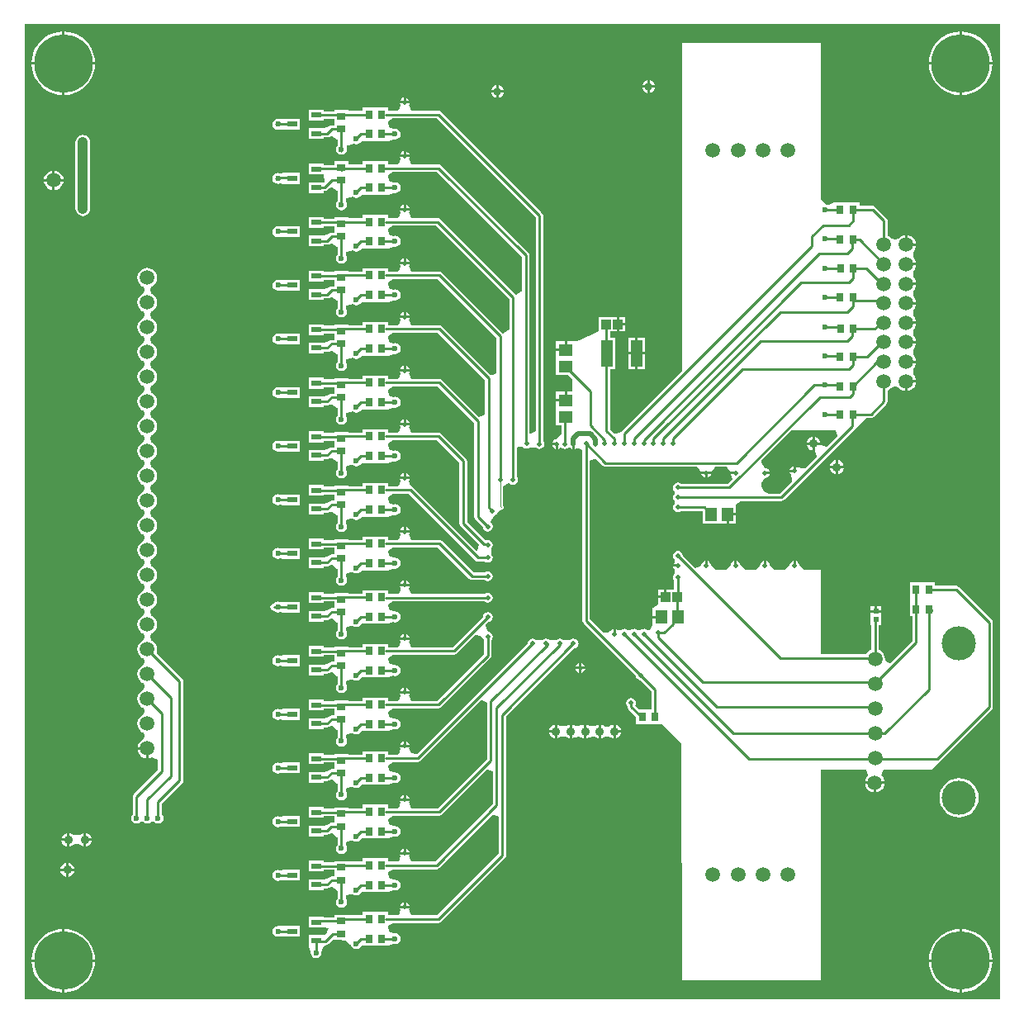
<source format=gbl>
G04 Layer_Physical_Order=2*
G04 Layer_Color=16711680*
%FSLAX25Y25*%
%MOIN*%
G70*
G01*
G75*
%ADD11R,0.03937X0.03937*%
%ADD14R,0.03150X0.03740*%
%ADD21R,0.05709X0.04921*%
%ADD22R,0.03740X0.03150*%
%ADD26R,0.04528X0.10630*%
%ADD28R,0.04921X0.05709*%
%ADD30C,0.01000*%
%ADD31C,0.03937*%
%ADD33C,0.01968*%
%ADD35C,0.05905*%
%ADD36C,0.23622*%
%ADD37C,0.13780*%
%ADD38C,0.02362*%
%ADD39C,0.03150*%
%ADD40C,0.03543*%
%ADD41C,0.01968*%
%ADD42R,0.03937X0.02362*%
%ADD43R,0.02165X0.02362*%
%ADD44C,0.00000*%
G36*
X393701Y0D02*
X0D01*
X-0Y393701D01*
X390945Y393701D01*
X393701D01*
Y0D01*
D02*
G37*
%LPC*%
G36*
X154043Y125939D02*
Y124516D01*
X155467D01*
X155412Y124790D01*
X154974Y125446D01*
X154317Y125885D01*
X154043Y125939D01*
D02*
G37*
G36*
X223909Y133358D02*
X222486D01*
X222540Y133084D01*
X222979Y132428D01*
X223635Y131989D01*
X223909Y131935D01*
Y133358D01*
D02*
G37*
G36*
X102362Y117381D02*
X101511Y117212D01*
X100790Y116730D01*
X100308Y116008D01*
X100138Y115157D01*
X100308Y114306D01*
X100790Y113585D01*
X101511Y113103D01*
X102362Y112934D01*
X102937Y113048D01*
X105299Y112976D01*
Y112976D01*
X111236D01*
Y117339D01*
X105299D01*
X105299Y117339D01*
X102937Y117267D01*
X102362Y117381D01*
D02*
G37*
G36*
X153043Y125939D02*
X152769Y125885D01*
X152113Y125446D01*
X151674Y124790D01*
X151620Y124516D01*
X153043D01*
Y125939D01*
D02*
G37*
G36*
X224909Y135782D02*
Y134358D01*
X226333D01*
X226279Y134633D01*
X225840Y135289D01*
X225184Y135727D01*
X224909Y135782D01*
D02*
G37*
G36*
X102362Y139035D02*
X101511Y138866D01*
X100790Y138383D01*
X100308Y137662D01*
X100138Y136811D01*
X100308Y135960D01*
X100790Y135239D01*
X101511Y134757D01*
X102362Y134587D01*
X102937Y134702D01*
X105299Y134630D01*
Y134630D01*
X111236D01*
Y138992D01*
X105299D01*
X105299Y138992D01*
X102937Y138920D01*
X102362Y139035D01*
D02*
G37*
G36*
X226333Y133358D02*
X224909D01*
Y131935D01*
X225184Y131989D01*
X225840Y132428D01*
X226279Y133084D01*
X226333Y133358D01*
D02*
G37*
G36*
X223909Y135782D02*
X223635Y135727D01*
X222979Y135289D01*
X222540Y134633D01*
X222486Y134358D01*
X223909D01*
Y135782D01*
D02*
G37*
G36*
X214067Y110997D02*
X213843Y110968D01*
X213169Y110689D01*
X212590Y110245D01*
X212146Y109666D01*
X211867Y108991D01*
X211837Y108768D01*
X214067D01*
Y110997D01*
D02*
G37*
G36*
X238689D02*
Y108768D01*
X240919D01*
X240889Y108991D01*
X240610Y109666D01*
X240166Y110245D01*
X239587Y110689D01*
X238913Y110968D01*
X238689Y110997D01*
D02*
G37*
G36*
X214067Y107768D02*
X211837D01*
X211867Y107544D01*
X212146Y106870D01*
X212590Y106291D01*
X213169Y105847D01*
X213843Y105567D01*
X214067Y105538D01*
Y107768D01*
D02*
G37*
G36*
X240919D02*
X238689D01*
Y105538D01*
X238913Y105567D01*
X239587Y105847D01*
X240166Y106291D01*
X240610Y106870D01*
X240889Y107544D01*
X240919Y107768D01*
D02*
G37*
G36*
X231784Y110997D02*
X231560Y110968D01*
X230886Y110689D01*
X230872Y110679D01*
X230556Y110524D01*
X229428Y110381D01*
X227919Y110615D01*
X227789Y110679D01*
X227776Y110689D01*
X227101Y110968D01*
X226878Y110997D01*
Y108268D01*
Y105538D01*
X227101Y105567D01*
X227776Y105847D01*
X227789Y105857D01*
X227919Y105921D01*
X229428Y106155D01*
X230556Y106011D01*
X230872Y105857D01*
X230886Y105847D01*
X231560Y105567D01*
X231784Y105538D01*
Y108268D01*
Y110997D01*
D02*
G37*
G36*
X225878D02*
X225654Y110968D01*
X225039Y110713D01*
X224980Y110689D01*
X223401Y110399D01*
X222330Y110565D01*
X221976Y110689D01*
X221918Y110713D01*
X221302Y110968D01*
X221079Y110997D01*
Y108268D01*
Y105538D01*
X221302Y105567D01*
X221918Y105823D01*
X221976Y105847D01*
X222330Y105970D01*
X223401Y106136D01*
X224980Y105847D01*
X225039Y105823D01*
X225654Y105567D01*
X225878Y105538D01*
Y108268D01*
Y110997D01*
D02*
G37*
G36*
X237689D02*
X237465Y110968D01*
X236791Y110689D01*
X236778Y110679D01*
X235890Y110245D01*
X234583D01*
X233695Y110679D01*
X233681Y110689D01*
X233007Y110968D01*
X232784Y110997D01*
Y108268D01*
Y105538D01*
X233007Y105567D01*
X233681Y105847D01*
X233695Y105857D01*
X234583Y106291D01*
X235890D01*
X236778Y105857D01*
X236791Y105847D01*
X237465Y105567D01*
X237689Y105538D01*
Y108268D01*
Y110997D01*
D02*
G37*
G36*
X220079D02*
X219855Y110968D01*
X219181Y110689D01*
X219108Y110632D01*
X218644Y110421D01*
X217781Y110348D01*
X216230Y110545D01*
X216038Y110632D01*
X215965Y110689D01*
X215290Y110968D01*
X215067Y110997D01*
Y108268D01*
Y105538D01*
X215290Y105567D01*
X215965Y105847D01*
X216038Y105903D01*
X216230Y105991D01*
X217781Y106187D01*
X218644Y106114D01*
X219108Y105903D01*
X219181Y105847D01*
X219855Y105567D01*
X220079Y105538D01*
Y108268D01*
Y110997D01*
D02*
G37*
G36*
X221654Y145724D02*
X221654Y145724D01*
X220879Y145570D01*
X220879Y145570D01*
X220223Y145131D01*
X220223Y145131D01*
X220210Y145112D01*
X219809Y144996D01*
X217986D01*
X217613Y145104D01*
X217576Y145126D01*
X217572Y145131D01*
X217572Y145131D01*
X217011Y145506D01*
X216916Y145570D01*
X216916D01*
X216142Y145724D01*
X215368Y145570D01*
X215368D01*
X215368Y145570D01*
Y145570D01*
X214711Y145131D01*
X214711Y145131D01*
X214698Y145112D01*
X214297Y144996D01*
X212474D01*
X212073Y145112D01*
X212060Y145131D01*
X212060D01*
X211404Y145570D01*
X210630Y145724D01*
X209856Y145570D01*
X209856Y145570D01*
X209199Y145131D01*
X209186Y145112D01*
X208785Y144996D01*
X206963D01*
X206562Y145112D01*
X206549Y145131D01*
X206549Y145131D01*
X205987Y145506D01*
X205892Y145570D01*
X205892Y145570D01*
X205118Y145724D01*
X205118Y145724D01*
X204344Y145570D01*
X204344Y145570D01*
X203688Y145131D01*
X203688Y145131D01*
X203249Y144475D01*
X203249Y144475D01*
X203227Y144363D01*
X203227Y144363D01*
X203130Y143875D01*
X158466Y99211D01*
X156205Y99352D01*
X155301Y101422D01*
X155412Y101588D01*
X155467Y101862D01*
X151620D01*
X151674Y101588D01*
X151845Y101332D01*
X151391Y99855D01*
X150798Y98970D01*
X146866D01*
Y100311D01*
X136598D01*
Y98970D01*
X130823D01*
Y99228D01*
X125083D01*
Y98773D01*
X120685D01*
Y99425D01*
X114748D01*
Y95063D01*
X120685D01*
Y95715D01*
X125083D01*
Y93065D01*
X124016D01*
X123431Y92948D01*
X122934Y92617D01*
X122817Y92500D01*
X120685Y91945D01*
Y91945D01*
X114748D01*
Y87583D01*
X120685D01*
Y88234D01*
X122244D01*
X122829Y88351D01*
X122942Y88426D01*
X124116Y88719D01*
X126304Y87314D01*
X126423Y87154D01*
Y84279D01*
X126380Y84250D01*
X125898Y83528D01*
X125729Y82677D01*
X125898Y81826D01*
X126380Y81105D01*
X127102Y80623D01*
X127953Y80453D01*
X128804Y80623D01*
X129525Y81105D01*
X130007Y81826D01*
X130177Y82677D01*
X130007Y83528D01*
X129664Y84043D01*
X129931Y85298D01*
X131365Y85741D01*
X132474Y85900D01*
X133007Y85544D01*
X133858Y85375D01*
X134709Y85544D01*
X134713Y85546D01*
X136598Y86697D01*
X138128Y86697D01*
X146866D01*
X146866Y86697D01*
X149228Y87418D01*
X149606Y87343D01*
X150457Y87512D01*
X151179Y87994D01*
X151661Y88716D01*
X151830Y89567D01*
X151661Y90418D01*
X151179Y91139D01*
X150457Y91622D01*
X149606Y91791D01*
X149228Y91716D01*
X147061Y92378D01*
X146963Y94639D01*
X148768Y95912D01*
X158858D01*
X159443Y96028D01*
X159940Y96359D01*
X184371Y120791D01*
X184763Y120736D01*
X186660Y119739D01*
Y97090D01*
X166886Y77317D01*
X156288D01*
X155695Y78202D01*
X155242Y79679D01*
X155349Y79839D01*
X155412Y79935D01*
X155412Y79935D01*
X155467Y80209D01*
X151620D01*
X151674Y79935D01*
X151674Y79935D01*
X151845Y79679D01*
X151391Y78202D01*
X150798Y77317D01*
X146866D01*
Y78658D01*
X136598D01*
Y77317D01*
X130823D01*
Y77575D01*
X125083D01*
Y77120D01*
X120685D01*
Y77772D01*
X114748D01*
Y73409D01*
X120685D01*
Y74061D01*
X125083D01*
Y71411D01*
X123819D01*
X123234Y71295D01*
X122762Y70980D01*
X120685Y70291D01*
X120685Y70291D01*
Y70291D01*
X120685Y70291D01*
X114748D01*
Y65929D01*
X120685D01*
Y66581D01*
X122047D01*
X122633Y66697D01*
X122899Y66875D01*
X124061Y67105D01*
X126312Y65650D01*
X126423Y65500D01*
Y62625D01*
X126380Y62596D01*
X125898Y61875D01*
X125729Y61024D01*
X125898Y60173D01*
X126380Y59451D01*
X127102Y58969D01*
X127953Y58800D01*
X128804Y58969D01*
X129525Y59451D01*
X130007Y60173D01*
X130177Y61024D01*
X130007Y61875D01*
X129664Y62389D01*
X129931Y63645D01*
X131365Y64088D01*
X132474Y64246D01*
X133007Y63890D01*
X133858Y63721D01*
X134709Y63890D01*
X134713Y63893D01*
X136598Y65043D01*
X138128Y65043D01*
X146866D01*
X146866Y65043D01*
X149228Y65765D01*
X149606Y65689D01*
X150457Y65859D01*
X151179Y66341D01*
X151661Y67062D01*
X151830Y67913D01*
X151661Y68764D01*
X151179Y69486D01*
X150457Y69968D01*
X149606Y70137D01*
X149228Y70062D01*
X147061Y70724D01*
X146963Y72985D01*
X148768Y74258D01*
X167520D01*
X168105Y74374D01*
X168601Y74706D01*
X186839Y92944D01*
X189022Y92040D01*
Y78980D01*
X165705Y55663D01*
X156288D01*
X155695Y56548D01*
X155242Y58025D01*
X155349Y58186D01*
X155412Y58281D01*
X155412Y58281D01*
X155467Y58555D01*
X151620D01*
X151674Y58281D01*
X151674Y58281D01*
X151845Y58025D01*
X151391Y56548D01*
X150798Y55663D01*
X146866D01*
Y57004D01*
X136598D01*
Y55663D01*
X130823D01*
Y55921D01*
X125083D01*
Y55466D01*
X120685D01*
Y56118D01*
X114748D01*
Y51756D01*
X120685D01*
Y52408D01*
X125083D01*
Y49758D01*
X124016D01*
X123431Y49641D01*
X122934Y49310D01*
X122817Y49193D01*
X120685Y48638D01*
Y48638D01*
X114748D01*
Y44276D01*
X120685D01*
Y44927D01*
X122244D01*
X122829Y45044D01*
X122942Y45119D01*
X124116Y45412D01*
X126304Y44007D01*
X126423Y43847D01*
Y40971D01*
X126380Y40943D01*
X125898Y40221D01*
X125729Y39370D01*
X125898Y38519D01*
X126380Y37798D01*
X127102Y37315D01*
X127953Y37146D01*
X128804Y37315D01*
X129525Y37798D01*
X130007Y38519D01*
X130177Y39370D01*
X130007Y40221D01*
X129664Y40736D01*
X129931Y41991D01*
X131365Y42434D01*
X132474Y42593D01*
X133007Y42237D01*
X133858Y42068D01*
X134709Y42237D01*
X134713Y42239D01*
X136598Y43390D01*
X138128Y43390D01*
X146866D01*
X146866Y43390D01*
X149228Y44111D01*
X149606Y44036D01*
X150457Y44205D01*
X151179Y44687D01*
X151661Y45409D01*
X151830Y46260D01*
X151661Y47111D01*
X151179Y47832D01*
X150457Y48314D01*
X149606Y48484D01*
X149228Y48408D01*
X147061Y49071D01*
X146963Y51332D01*
X148768Y52605D01*
X166339D01*
X166924Y52721D01*
X167420Y53052D01*
X189202Y74834D01*
X191384Y73930D01*
Y58901D01*
X166492Y34010D01*
X156288D01*
X155695Y34895D01*
X155242Y36372D01*
X155349Y36532D01*
X155412Y36627D01*
X155412Y36627D01*
X155467Y36902D01*
X151620D01*
X151674Y36627D01*
X151674Y36627D01*
X151845Y36372D01*
X151391Y34895D01*
X150798Y34010D01*
X146866D01*
Y35350D01*
X136598D01*
Y34010D01*
X130823D01*
Y34268D01*
X125083D01*
Y33222D01*
X120685D01*
Y33480D01*
X114748D01*
Y29118D01*
X120685D01*
Y29118D01*
X122775Y28935D01*
X122821Y28855D01*
X121892Y26499D01*
X120685Y26000D01*
Y26000D01*
X114748D01*
Y21638D01*
X114748Y21638D01*
X115568Y19276D01*
X115493Y18898D01*
X115662Y18047D01*
X116144Y17325D01*
X116866Y16843D01*
X117717Y16674D01*
X118568Y16843D01*
X119289Y17325D01*
X119771Y18047D01*
X119940Y18898D01*
X119865Y19276D01*
X120685Y21638D01*
X122239Y22209D01*
X122735Y22541D01*
X124454Y24260D01*
X125083Y24000D01*
Y24000D01*
X127280D01*
X129617Y23938D01*
X129911Y23748D01*
X131651Y22247D01*
X131756Y22025D01*
X131804Y21787D01*
X132286Y21065D01*
X133007Y20583D01*
X133858Y20414D01*
X134709Y20583D01*
X134713Y20586D01*
X136598Y21736D01*
X138128Y21736D01*
X146866D01*
X146866Y21736D01*
X149228Y22458D01*
X149606Y22382D01*
X150457Y22552D01*
X151179Y23034D01*
X151661Y23755D01*
X151830Y24606D01*
X151661Y25457D01*
X151179Y26179D01*
X150457Y26661D01*
X149606Y26830D01*
X149228Y26755D01*
X147061Y27417D01*
X146963Y29678D01*
X148768Y30951D01*
X167126D01*
X167711Y31067D01*
X168207Y31399D01*
X193995Y57186D01*
X194326Y57682D01*
X194443Y58268D01*
Y114327D01*
X221828Y141712D01*
X222428Y141832D01*
X222428Y141832D01*
X223084Y142270D01*
X223459Y142832D01*
X223523Y142927D01*
X223523Y142927D01*
X223677Y143701D01*
X223677Y143701D01*
X223654Y143813D01*
X223523Y144475D01*
X223523Y144475D01*
X223084Y145131D01*
X222523Y145506D01*
X222428Y145570D01*
X222428Y145570D01*
X221654Y145724D01*
X221654Y145724D01*
D02*
G37*
G36*
X102362Y182342D02*
X101511Y182173D01*
X100790Y181691D01*
X100308Y180969D01*
X100138Y180118D01*
X100308Y179267D01*
X100790Y178546D01*
X101511Y178064D01*
X102362Y177894D01*
X102937Y178009D01*
X105299Y177937D01*
Y177937D01*
X111236D01*
Y182299D01*
X105299D01*
X105299Y182299D01*
X102937Y182228D01*
X102362Y182342D01*
D02*
G37*
G36*
X155467Y188476D02*
X151620D01*
X151674Y188202D01*
X151845Y187947D01*
X151391Y186469D01*
X150798Y185584D01*
X146866D01*
Y186925D01*
X136598D01*
Y185584D01*
X130823D01*
Y185843D01*
X125083D01*
Y185388D01*
X120685D01*
Y186039D01*
X114748D01*
Y181677D01*
X120685D01*
Y182329D01*
X125083D01*
Y179679D01*
X124016D01*
X123431Y179563D01*
X122934Y179231D01*
X122817Y179114D01*
X120685Y178559D01*
Y178559D01*
X114748D01*
Y174197D01*
X120685D01*
Y174849D01*
X122244D01*
X122829Y174965D01*
X122942Y175040D01*
X124116Y175333D01*
X126304Y173928D01*
X126423Y173768D01*
Y170893D01*
X126380Y170864D01*
X125898Y170142D01*
X125729Y169291D01*
X125898Y168440D01*
X126380Y167719D01*
X127102Y167237D01*
X127953Y167068D01*
X128804Y167237D01*
X129525Y167719D01*
X130007Y168440D01*
X130177Y169291D01*
X130007Y170142D01*
X129664Y170657D01*
X129931Y171913D01*
X131365Y172355D01*
X132474Y172514D01*
X133007Y172158D01*
X133858Y171989D01*
X134709Y172158D01*
X134713Y172160D01*
X136598Y173311D01*
X138128Y173311D01*
X146866D01*
X146866Y173311D01*
X149228Y174032D01*
X149606Y173957D01*
X150457Y174127D01*
X151179Y174609D01*
X151661Y175330D01*
X151830Y176181D01*
X151661Y177032D01*
X151179Y177754D01*
X150457Y178236D01*
X149606Y178405D01*
X149228Y178330D01*
X147061Y178992D01*
X146963Y181253D01*
X148768Y182526D01*
X166886D01*
X179627Y169785D01*
X180123Y169453D01*
X180709Y169337D01*
X185725D01*
X186139Y169061D01*
X186234Y168997D01*
X186234Y168997D01*
X187008Y168843D01*
X187008Y168843D01*
X187782Y168997D01*
X187782Y168997D01*
X188343Y169372D01*
X188438Y169436D01*
X188438Y169436D01*
X188877Y170092D01*
X188877Y170092D01*
X188899Y170204D01*
X189031Y170866D01*
X189009Y170978D01*
X188877Y171640D01*
Y171640D01*
X188438Y172297D01*
X188438Y172297D01*
X187782Y172735D01*
X187782Y172735D01*
X187008Y172889D01*
X186234Y172735D01*
X186234Y172735D01*
X185725Y172396D01*
X181342D01*
X168601Y185137D01*
X168105Y185468D01*
X167520Y185584D01*
X156288D01*
X155695Y186469D01*
X155242Y187947D01*
X155412Y188202D01*
X155467Y188476D01*
D02*
G37*
G36*
X153043Y169246D02*
X152769Y169192D01*
X152113Y168753D01*
X151674Y168097D01*
X151620Y167823D01*
X153043D01*
Y169246D01*
D02*
G37*
G36*
X154043D02*
Y167823D01*
X155467D01*
X155412Y168097D01*
X154974Y168753D01*
X154317Y169192D01*
X154043Y169246D01*
D02*
G37*
G36*
X287319Y195366D02*
X284358D01*
Y192012D01*
X287319D01*
Y195366D01*
D02*
G37*
G36*
X102362Y203995D02*
X101511Y203826D01*
X100790Y203344D01*
X100308Y202623D01*
X100138Y201772D01*
X100308Y200921D01*
X100790Y200199D01*
X101511Y199717D01*
X102362Y199548D01*
X102937Y199662D01*
X105299Y199591D01*
Y199591D01*
X111236D01*
Y203953D01*
X105299D01*
X105299Y203953D01*
X102937Y203881D01*
X102362Y203995D01*
D02*
G37*
G36*
X153043Y190900D02*
X152769Y190846D01*
X152113Y190407D01*
X151674Y189751D01*
X151620Y189476D01*
X153043D01*
Y190900D01*
D02*
G37*
G36*
X154043D02*
Y189476D01*
X155467D01*
X155412Y189751D01*
X154974Y190407D01*
X154317Y190846D01*
X154043Y190900D01*
D02*
G37*
G36*
X187008Y156354D02*
X187008Y156354D01*
X186234Y156200D01*
X186234Y156200D01*
X185577Y155761D01*
X185577Y155761D01*
X185139Y155105D01*
X185139Y155105D01*
X185117Y154993D01*
X185020Y154505D01*
X172792Y142277D01*
X156288D01*
X155695Y143162D01*
X155242Y144640D01*
X155412Y144895D01*
X155467Y145169D01*
X151620D01*
X151674Y144895D01*
X151845Y144640D01*
X151391Y143162D01*
X150798Y142277D01*
X146866D01*
Y143618D01*
X136598D01*
Y142277D01*
X130823D01*
Y142535D01*
X125083D01*
Y142081D01*
X120685D01*
Y142732D01*
X114748D01*
Y138370D01*
X120685D01*
Y139022D01*
X125083D01*
Y136372D01*
X124016D01*
X123431Y136256D01*
X122934Y135924D01*
X122817Y135807D01*
X120685Y135252D01*
Y135252D01*
X114748D01*
Y130890D01*
X120685D01*
Y131542D01*
X122244D01*
X122829Y131658D01*
X122942Y131733D01*
X124116Y132026D01*
X126304Y130621D01*
X126423Y130461D01*
Y127585D01*
X126380Y127557D01*
X125898Y126835D01*
X125729Y125984D01*
X125898Y125133D01*
X126380Y124412D01*
X127102Y123930D01*
X127953Y123760D01*
X128804Y123930D01*
X129525Y124412D01*
X130007Y125133D01*
X130177Y125984D01*
X130007Y126835D01*
X129664Y127350D01*
X129931Y128605D01*
X131365Y129048D01*
X132474Y129207D01*
X133007Y128851D01*
X133858Y128682D01*
X134709Y128851D01*
X134713Y128853D01*
X136598Y130004D01*
X138128Y130004D01*
X146866D01*
X146866Y130004D01*
X149228Y130725D01*
X149606Y130650D01*
X150457Y130819D01*
X151179Y131301D01*
X151661Y132023D01*
X151830Y132874D01*
X151661Y133725D01*
X151179Y134447D01*
X150457Y134929D01*
X149606Y135098D01*
X149228Y135023D01*
X147061Y135685D01*
X146963Y137946D01*
X148768Y139219D01*
X173425D01*
X174011Y139335D01*
X174507Y139667D01*
X182104Y147264D01*
X182726Y147207D01*
X183822Y146843D01*
X185139Y145683D01*
X185478Y145174D01*
Y139610D01*
X166492Y120624D01*
X156288D01*
X155695Y121509D01*
X155242Y122986D01*
X155412Y123241D01*
X155467Y123516D01*
X151620D01*
X151674Y123241D01*
X151845Y122986D01*
X151391Y121509D01*
X150798Y120624D01*
X146866D01*
Y121965D01*
X136598D01*
Y120624D01*
X130823D01*
Y120882D01*
X125083D01*
Y120427D01*
X120685D01*
Y121079D01*
X114748D01*
Y116717D01*
X120685D01*
Y117368D01*
X125083D01*
Y114718D01*
X124016D01*
X123431Y114602D01*
X122934Y114270D01*
X122817Y114153D01*
X120685Y113598D01*
Y113598D01*
X114748D01*
Y109236D01*
X120685D01*
Y109888D01*
X122244D01*
X122829Y110004D01*
X122942Y110080D01*
X124116Y110373D01*
X126304Y108968D01*
X126423Y108807D01*
Y105932D01*
X126380Y105903D01*
X125898Y105182D01*
X125729Y104331D01*
X125898Y103480D01*
X126380Y102758D01*
X127102Y102276D01*
X127953Y102107D01*
X128804Y102276D01*
X129525Y102758D01*
X130007Y103480D01*
X130177Y104331D01*
X130007Y105182D01*
X129664Y105696D01*
X129931Y106952D01*
X131365Y107395D01*
X132474Y107554D01*
X133007Y107197D01*
X133858Y107028D01*
X134709Y107197D01*
X134713Y107200D01*
X136598Y108350D01*
X138128Y108350D01*
X146866D01*
X146866Y108350D01*
X149228Y109072D01*
X149606Y108997D01*
X150457Y109166D01*
X151179Y109648D01*
X151661Y110370D01*
X151830Y111221D01*
X151661Y112072D01*
X151179Y112793D01*
X150457Y113275D01*
X149606Y113444D01*
X149228Y113369D01*
X147061Y114031D01*
X146963Y116292D01*
X148768Y117565D01*
X167126D01*
X167711Y117682D01*
X168207Y118013D01*
X188089Y137895D01*
X188421Y138391D01*
X188537Y138976D01*
Y145174D01*
X188813Y145588D01*
X188877Y145683D01*
X188877Y145683D01*
X189031Y146457D01*
X189031Y146457D01*
X188877Y147231D01*
X188438Y147887D01*
X188438Y147887D01*
X187782Y148326D01*
X187782Y148326D01*
X187670Y148348D01*
X187008Y148480D01*
X186257Y150739D01*
X186201Y151361D01*
X187182Y152342D01*
X187782Y152462D01*
X187782Y152462D01*
X188438Y152900D01*
X188813Y153462D01*
X188877Y153557D01*
X188877Y153557D01*
X189031Y154331D01*
X189031Y154331D01*
X189009Y154443D01*
X188877Y155105D01*
X188877Y155105D01*
X188438Y155761D01*
X187877Y156136D01*
X187782Y156200D01*
X187782Y156200D01*
X187120Y156332D01*
X187008Y156354D01*
D02*
G37*
G36*
X102362Y160688D02*
X101511Y160519D01*
X100790Y160037D01*
X100757Y159988D01*
X100202Y159878D01*
X100202Y159878D01*
X99706Y159546D01*
X99706Y159546D01*
X99374Y159050D01*
X99374Y159050D01*
X99258Y158465D01*
X99374Y157879D01*
X99374Y157879D01*
X99706Y157383D01*
X99706Y157383D01*
X100202Y157052D01*
X100202Y157052D01*
X100757Y156941D01*
X100790Y156892D01*
X101511Y156410D01*
X102362Y156241D01*
X102937Y156355D01*
X105299Y156283D01*
Y156283D01*
X111236D01*
Y160646D01*
X105299D01*
X105299Y160646D01*
X102937Y160574D01*
X102362Y160688D01*
D02*
G37*
G36*
X153043Y147593D02*
X152769Y147538D01*
X152113Y147100D01*
X151674Y146443D01*
X151620Y146169D01*
X153043D01*
Y147593D01*
D02*
G37*
G36*
X154043D02*
Y146169D01*
X155467D01*
X155412Y146443D01*
X154974Y147100D01*
X154317Y147538D01*
X154043Y147593D01*
D02*
G37*
G36*
X258161Y165567D02*
X255693D01*
Y163099D01*
X258161D01*
Y165567D01*
D02*
G37*
G36*
X155467Y166823D02*
X151620D01*
X151674Y166549D01*
X151976Y166096D01*
X151741Y165108D01*
X151091Y163734D01*
X146866D01*
Y165272D01*
X136598D01*
Y163931D01*
X130823D01*
Y164189D01*
X125083D01*
Y163734D01*
X120685D01*
Y164386D01*
X114748D01*
Y160024D01*
X120685D01*
Y160675D01*
X125083D01*
Y158025D01*
X124016D01*
X123431Y157909D01*
X122934Y157578D01*
X122817Y157460D01*
X120685Y156905D01*
Y156905D01*
X114748D01*
Y152543D01*
X120685D01*
Y153195D01*
X122244D01*
X122829Y153311D01*
X122942Y153387D01*
X124116Y153680D01*
X126304Y152275D01*
X126423Y152114D01*
Y149239D01*
X126380Y149210D01*
X125898Y148489D01*
X125729Y147638D01*
X125898Y146787D01*
X126380Y146065D01*
X127102Y145583D01*
X127953Y145414D01*
X128804Y145583D01*
X129525Y146065D01*
X130007Y146787D01*
X130177Y147638D01*
X130007Y148489D01*
X129664Y149003D01*
X129931Y150259D01*
X131365Y150702D01*
X132474Y150861D01*
X133007Y150505D01*
X133858Y150335D01*
X134709Y150505D01*
X134713Y150507D01*
X136598Y151657D01*
X138128Y151657D01*
X146866D01*
X146866Y151657D01*
X149228Y152379D01*
X149606Y152304D01*
X150457Y152473D01*
X151179Y152955D01*
X151661Y153676D01*
X151830Y154527D01*
X151661Y155379D01*
X151179Y156100D01*
X150457Y156582D01*
X149606Y156751D01*
X149228Y156676D01*
X147020Y157351D01*
X146988Y159602D01*
X148849Y160675D01*
X185725D01*
X186139Y160399D01*
X186234Y160336D01*
X186234Y160336D01*
X187008Y160182D01*
X187008Y160182D01*
X187782Y160336D01*
X187782Y160336D01*
X188343Y160711D01*
X188438Y160774D01*
X188438Y160774D01*
X188877Y161431D01*
X188877Y161431D01*
X188899Y161542D01*
X189031Y162205D01*
X189009Y162317D01*
X188877Y162979D01*
Y162979D01*
X188438Y163635D01*
X188438Y163635D01*
X187782Y164074D01*
X187782Y164074D01*
X187008Y164228D01*
X186234Y164074D01*
X186234Y164074D01*
X185725Y163734D01*
X155996D01*
X155345Y165108D01*
X155110Y166096D01*
X155412Y166549D01*
X155467Y166823D01*
D02*
G37*
G36*
X343201Y158972D02*
X341618D01*
Y157291D01*
X343201D01*
Y158972D01*
D02*
G37*
G36*
X345783D02*
X344201D01*
Y157291D01*
X345783D01*
Y158972D01*
D02*
G37*
G36*
X154043Y104286D02*
Y102862D01*
X155467D01*
X155412Y103136D01*
X154974Y103793D01*
X154317Y104231D01*
X154043Y104286D01*
D02*
G37*
G36*
Y39325D02*
Y37902D01*
X155467D01*
X155412Y38176D01*
X154974Y38832D01*
X154974Y38832D01*
X154317Y39271D01*
X154317Y39271D01*
X154206Y39293D01*
X154043Y39325D01*
D02*
G37*
G36*
X102362Y52421D02*
X101511Y52251D01*
X100790Y51769D01*
X100308Y51048D01*
X100138Y50197D01*
X100308Y49346D01*
X100790Y48624D01*
X101511Y48142D01*
X102362Y47973D01*
X102937Y48087D01*
X105299Y48016D01*
Y48016D01*
X111236D01*
Y52378D01*
X105299D01*
X105299Y52378D01*
X102937Y52306D01*
X102362Y52421D01*
D02*
G37*
G36*
Y29783D02*
X101511Y29614D01*
X100790Y29131D01*
X100308Y28410D01*
X100138Y27559D01*
X100308Y26708D01*
X100790Y25987D01*
X101511Y25504D01*
X102362Y25335D01*
X102937Y25450D01*
X105299Y25378D01*
Y25378D01*
X111236D01*
Y29740D01*
X105299D01*
X105299Y29740D01*
X102937Y29669D01*
X102362Y29783D01*
D02*
G37*
G36*
X153043Y39325D02*
X152769Y39271D01*
X152769Y39271D01*
X152208Y38896D01*
X152113Y38832D01*
X152113Y38832D01*
X151674Y38176D01*
X151620Y37902D01*
X153043D01*
Y39325D01*
D02*
G37*
G36*
X16823Y55092D02*
X16599Y55063D01*
X15925Y54783D01*
X15346Y54339D01*
X14902Y53760D01*
X14623Y53086D01*
X14593Y52862D01*
X16823D01*
Y55092D01*
D02*
G37*
G36*
X17823D02*
Y52862D01*
X20053D01*
X20023Y53086D01*
X19744Y53760D01*
X19300Y54339D01*
X18721Y54783D01*
X18046Y55063D01*
X17823Y55092D01*
D02*
G37*
G36*
X16823Y51862D02*
X14593D01*
X14623Y51639D01*
X14902Y50964D01*
X15346Y50385D01*
X15925Y49941D01*
X16599Y49662D01*
X16823Y49632D01*
Y51862D01*
D02*
G37*
G36*
X20053D02*
X17823D01*
Y49632D01*
X18046Y49662D01*
X18721Y49941D01*
X19300Y50385D01*
X19744Y50964D01*
X20023Y51639D01*
X20053Y51862D01*
D02*
G37*
G36*
X377453Y15248D02*
X365142D01*
X365260Y13738D01*
X365731Y11777D01*
X366503Y9914D01*
X367556Y8195D01*
X368866Y6661D01*
X370399Y5352D01*
X372119Y4298D01*
X373982Y3526D01*
X375942Y3056D01*
X377453Y2937D01*
Y15248D01*
D02*
G37*
G36*
X390764D02*
X378453D01*
Y2937D01*
X379963Y3056D01*
X381924Y3526D01*
X383787Y4298D01*
X385506Y5352D01*
X387039Y6661D01*
X388349Y8195D01*
X389403Y9914D01*
X390174Y11777D01*
X390645Y13738D01*
X390764Y15248D01*
D02*
G37*
G36*
X15248D02*
X2937D01*
X3056Y13738D01*
X3526Y11777D01*
X4298Y9914D01*
X5352Y8195D01*
X6661Y6661D01*
X8195Y5352D01*
X9914Y4298D01*
X11777Y3526D01*
X13738Y3056D01*
X15248Y2937D01*
Y15248D01*
D02*
G37*
G36*
X28559D02*
X16248D01*
Y2937D01*
X17758Y3056D01*
X19719Y3526D01*
X21582Y4298D01*
X23301Y5352D01*
X24835Y6661D01*
X26144Y8195D01*
X27198Y9914D01*
X27970Y11777D01*
X28440Y13738D01*
X28559Y15248D01*
D02*
G37*
G36*
X377453Y28559D02*
X375942Y28440D01*
X373982Y27970D01*
X372119Y27198D01*
X370399Y26144D01*
X368866Y24835D01*
X367556Y23301D01*
X366503Y21582D01*
X365731Y19719D01*
X365260Y17758D01*
X365142Y16248D01*
X377453D01*
Y28559D01*
D02*
G37*
G36*
X378453D02*
Y16248D01*
X390764D01*
X390645Y17758D01*
X390174Y19719D01*
X389403Y21582D01*
X388349Y23301D01*
X387039Y24835D01*
X385506Y26144D01*
X383787Y27198D01*
X381924Y27970D01*
X379963Y28440D01*
X378453Y28559D01*
D02*
G37*
G36*
X15248D02*
X13738Y28440D01*
X11777Y27970D01*
X9914Y27198D01*
X8195Y26144D01*
X6661Y24835D01*
X5352Y23301D01*
X4298Y21582D01*
X3526Y19719D01*
X3056Y17758D01*
X2937Y16248D01*
X15248D01*
Y28559D01*
D02*
G37*
G36*
X16248D02*
Y16248D01*
X28559D01*
X28440Y17758D01*
X27970Y19719D01*
X27198Y21582D01*
X26144Y23301D01*
X24835Y24835D01*
X23301Y26144D01*
X21582Y27198D01*
X19719Y27970D01*
X17758Y28440D01*
X16248Y28559D01*
D02*
G37*
G36*
X153043Y60979D02*
X152769Y60924D01*
X152769Y60924D01*
X152208Y60549D01*
X152113Y60486D01*
X152113Y60486D01*
X151674Y59829D01*
X151620Y59555D01*
X153043D01*
Y60979D01*
D02*
G37*
G36*
X154043Y82632D02*
Y81209D01*
X155467D01*
X155412Y81483D01*
X154974Y82139D01*
X154974Y82139D01*
X154317Y82578D01*
X154317Y82578D01*
X154206Y82600D01*
X154043Y82632D01*
D02*
G37*
G36*
X342765Y87101D02*
X339344D01*
X339414Y86569D01*
X339813Y85607D01*
X340446Y84782D01*
X341272Y84148D01*
X342233Y83750D01*
X342765Y83680D01*
Y87101D01*
D02*
G37*
G36*
X377265Y89429D02*
X375719Y89276D01*
X374232Y88825D01*
X372861Y88093D01*
X371659Y87107D01*
X370673Y85905D01*
X369941Y84535D01*
X369490Y83047D01*
X369337Y81501D01*
X369490Y79954D01*
X369941Y78467D01*
X370673Y77096D01*
X371659Y75895D01*
X372861Y74909D01*
X374232Y74176D01*
X375719Y73725D01*
X377265Y73573D01*
X378812Y73725D01*
X380299Y74176D01*
X381670Y74909D01*
X382871Y75895D01*
X383857Y77096D01*
X384590Y78467D01*
X385041Y79954D01*
X385193Y81501D01*
X385041Y83047D01*
X384590Y84535D01*
X383857Y85905D01*
X382871Y87107D01*
X381670Y88093D01*
X380299Y88825D01*
X378812Y89276D01*
X377265Y89429D01*
D02*
G37*
G36*
X153043Y82632D02*
X152769Y82578D01*
X152769Y82578D01*
X152208Y82203D01*
X152113Y82139D01*
X152113Y82139D01*
X151674Y81483D01*
X151620Y81209D01*
X153043D01*
Y82632D01*
D02*
G37*
G36*
X49106Y100839D02*
X45685D01*
X45755Y100307D01*
X46154Y99345D01*
X46787Y98519D01*
X47613Y97886D01*
X48574Y97488D01*
X49106Y97418D01*
Y100839D01*
D02*
G37*
G36*
X153043Y104286D02*
X152769Y104231D01*
X152113Y103793D01*
X151674Y103136D01*
X151620Y102862D01*
X153043D01*
Y104286D01*
D02*
G37*
G36*
X347186Y87101D02*
X343765D01*
Y83680D01*
X344297Y83750D01*
X345259Y84148D01*
X346084Y84782D01*
X346718Y85607D01*
X347116Y86569D01*
X347186Y87101D01*
D02*
G37*
G36*
X102362Y95728D02*
X101511Y95559D01*
X100790Y95076D01*
X100308Y94355D01*
X100138Y93504D01*
X100308Y92653D01*
X100790Y91931D01*
X101511Y91449D01*
X102362Y91280D01*
X102937Y91394D01*
X105299Y91323D01*
Y91323D01*
X111236D01*
Y95685D01*
X105299D01*
X105299Y95685D01*
X102937Y95613D01*
X102362Y95728D01*
D02*
G37*
G36*
X27139Y64067D02*
X24909D01*
Y61837D01*
X25133Y61867D01*
X25807Y62146D01*
X26386Y62590D01*
X26831Y63169D01*
X27110Y63843D01*
X27139Y64067D01*
D02*
G37*
G36*
X17217Y67297D02*
X16993Y67267D01*
X16319Y66988D01*
X15740Y66544D01*
X15295Y65965D01*
X15016Y65290D01*
X14987Y65067D01*
X17217D01*
Y67297D01*
D02*
G37*
G36*
X154043Y60979D02*
Y59555D01*
X155467D01*
X155412Y59829D01*
X154974Y60486D01*
X154974Y60486D01*
X154317Y60924D01*
X154317Y60924D01*
X154206Y60947D01*
X154043Y60979D01*
D02*
G37*
G36*
X17217Y64067D02*
X14987D01*
X15016Y63843D01*
X15295Y63169D01*
X15740Y62590D01*
X16319Y62146D01*
X16993Y61867D01*
X17217Y61837D01*
Y64067D01*
D02*
G37*
G36*
X102362Y74074D02*
X101511Y73905D01*
X100790Y73423D01*
X100308Y72701D01*
X100138Y71850D01*
X100308Y70999D01*
X100790Y70278D01*
X101511Y69796D01*
X102362Y69627D01*
X102937Y69741D01*
X105299Y69669D01*
Y69669D01*
X111236D01*
Y74032D01*
X105299D01*
X105299Y74032D01*
X102937Y73960D01*
X102362Y74074D01*
D02*
G37*
G36*
X49606Y295325D02*
X48574Y295190D01*
X47613Y294791D01*
X46787Y294158D01*
X46154Y293332D01*
X45755Y292371D01*
X45619Y291339D01*
X45755Y290307D01*
X46154Y289345D01*
X46787Y288519D01*
X47613Y287886D01*
X48152Y287663D01*
X48371Y286339D01*
X48152Y285015D01*
X47613Y284791D01*
X46787Y284158D01*
X46154Y283332D01*
X45755Y282370D01*
X45619Y281339D01*
X45755Y280307D01*
X46154Y279345D01*
X46787Y278519D01*
X47613Y277886D01*
X48152Y277663D01*
X48371Y276339D01*
X48152Y275014D01*
X47613Y274791D01*
X46787Y274158D01*
X46154Y273332D01*
X45755Y272371D01*
X45619Y271339D01*
X45755Y270307D01*
X46154Y269345D01*
X46787Y268519D01*
X47613Y267886D01*
X48152Y267663D01*
X48371Y266339D01*
X48152Y265015D01*
X47613Y264791D01*
X46787Y264158D01*
X46154Y263332D01*
X45755Y262370D01*
X45619Y261339D01*
X45755Y260307D01*
X46154Y259345D01*
X46787Y258519D01*
X47613Y257886D01*
X48152Y257663D01*
X48371Y256339D01*
X48152Y255014D01*
X47613Y254791D01*
X46787Y254158D01*
X46154Y253332D01*
X45755Y252371D01*
X45619Y251339D01*
X45755Y250307D01*
X46154Y249345D01*
X46787Y248519D01*
X47613Y247886D01*
X48152Y247663D01*
X48371Y246339D01*
X48152Y245015D01*
X47613Y244791D01*
X46787Y244158D01*
X46154Y243332D01*
X45755Y242371D01*
X45619Y241339D01*
X45755Y240307D01*
X46154Y239345D01*
X46787Y238519D01*
X47613Y237886D01*
X48152Y237663D01*
X48371Y236339D01*
X48152Y235015D01*
X47613Y234791D01*
X46787Y234158D01*
X46154Y233332D01*
X45755Y232370D01*
X45619Y231339D01*
X45755Y230307D01*
X46154Y229345D01*
X46787Y228519D01*
X47613Y227886D01*
X48152Y227663D01*
X48371Y226339D01*
X48152Y225014D01*
X47613Y224791D01*
X46787Y224158D01*
X46154Y223332D01*
X45755Y222371D01*
X45619Y221339D01*
X45755Y220307D01*
X46154Y219345D01*
X46787Y218519D01*
X47613Y217886D01*
X48152Y217663D01*
X48371Y216339D01*
X48152Y215015D01*
X47613Y214791D01*
X46787Y214158D01*
X46154Y213332D01*
X45755Y212370D01*
X45619Y211339D01*
X45755Y210307D01*
X46154Y209345D01*
X46787Y208519D01*
X47613Y207886D01*
X48152Y207663D01*
X48371Y206339D01*
X48152Y205014D01*
X47613Y204791D01*
X46787Y204158D01*
X46154Y203332D01*
X45755Y202371D01*
X45619Y201339D01*
X45755Y200307D01*
X46154Y199345D01*
X46787Y198519D01*
X47613Y197886D01*
X48152Y197663D01*
X48371Y196339D01*
X48152Y195015D01*
X47613Y194791D01*
X46787Y194158D01*
X46154Y193332D01*
X45755Y192370D01*
X45619Y191339D01*
X45755Y190307D01*
X46154Y189345D01*
X46787Y188519D01*
X47613Y187886D01*
X48152Y187663D01*
X48371Y186339D01*
X48152Y185014D01*
X47613Y184791D01*
X46787Y184158D01*
X46154Y183332D01*
X45755Y182370D01*
X45619Y181339D01*
X45755Y180307D01*
X46154Y179345D01*
X46787Y178519D01*
X47613Y177886D01*
X48152Y177663D01*
X48371Y176339D01*
X48152Y175014D01*
X47613Y174791D01*
X46787Y174158D01*
X46154Y173332D01*
X45755Y172371D01*
X45619Y171339D01*
X45755Y170307D01*
X46154Y169345D01*
X46787Y168519D01*
X47613Y167886D01*
X48152Y167663D01*
X48371Y166339D01*
X48152Y165015D01*
X47613Y164791D01*
X46787Y164158D01*
X46154Y163332D01*
X45755Y162371D01*
X45619Y161339D01*
X45755Y160307D01*
X46154Y159345D01*
X46787Y158519D01*
X47613Y157886D01*
X48152Y157663D01*
X48371Y156339D01*
X48152Y155015D01*
X47613Y154791D01*
X46787Y154158D01*
X46154Y153332D01*
X45755Y152371D01*
X45619Y151339D01*
X45755Y150307D01*
X46154Y149345D01*
X46787Y148519D01*
X47613Y147886D01*
X48152Y147663D01*
X48371Y146339D01*
X48152Y145015D01*
X47613Y144791D01*
X46787Y144158D01*
X46154Y143332D01*
X45755Y142370D01*
X45619Y141339D01*
X45755Y140307D01*
X46154Y139345D01*
X46787Y138519D01*
X47613Y137886D01*
X48152Y137663D01*
X48371Y136339D01*
X48152Y135014D01*
X47613Y134791D01*
X46787Y134158D01*
X46154Y133332D01*
X45755Y132370D01*
X45619Y131339D01*
X45755Y130307D01*
X46154Y129345D01*
X46787Y128519D01*
X47613Y127886D01*
X48152Y127663D01*
X48371Y126339D01*
X48152Y125014D01*
X47613Y124791D01*
X46787Y124158D01*
X46154Y123332D01*
X45755Y122371D01*
X45619Y121339D01*
X45755Y120307D01*
X46154Y119345D01*
X46787Y118519D01*
X47613Y117886D01*
X48152Y117663D01*
X48371Y116339D01*
X48152Y115015D01*
X47613Y114791D01*
X46787Y114158D01*
X46154Y113332D01*
X45755Y112371D01*
X45619Y111339D01*
X45755Y110307D01*
X46154Y109345D01*
X46787Y108519D01*
X47613Y107886D01*
X48152Y107663D01*
X48371Y106339D01*
X48152Y105015D01*
X47613Y104791D01*
X46787Y104158D01*
X46154Y103332D01*
X45755Y102371D01*
X45685Y101839D01*
X49606D01*
Y101339D01*
X50106D01*
Y97418D01*
X50638Y97488D01*
X51600Y97886D01*
X51620Y97902D01*
X53982Y96851D01*
Y92760D01*
X44194Y82971D01*
X43863Y82475D01*
X43746Y81890D01*
Y74830D01*
X43703Y74801D01*
X43221Y74079D01*
X43052Y73228D01*
X43221Y72377D01*
X43703Y71656D01*
X44425Y71174D01*
X45276Y71004D01*
X46127Y71174D01*
X46848Y71656D01*
X48034Y71656D01*
X48305Y71475D01*
X48755Y71174D01*
X49606Y71004D01*
X50457Y71174D01*
X51179Y71656D01*
X52364Y71656D01*
X52636Y71475D01*
X53086Y71174D01*
X53937Y71004D01*
X54788Y71174D01*
X55510Y71656D01*
X55992Y72377D01*
X56161Y73228D01*
X55992Y74079D01*
X55510Y74801D01*
X55466Y74830D01*
Y79093D01*
X63680Y87307D01*
X64011Y87803D01*
X64128Y88388D01*
Y128347D01*
X64011Y128932D01*
X63680Y129428D01*
X53265Y139843D01*
X53457Y140307D01*
X53593Y141339D01*
X53457Y142370D01*
X53059Y143332D01*
X52425Y144158D01*
X51600Y144791D01*
X51061Y145015D01*
X50841Y146339D01*
X51061Y147663D01*
X51600Y147886D01*
X52425Y148519D01*
X53059Y149345D01*
X53457Y150307D01*
X53593Y151339D01*
X53457Y152371D01*
X53059Y153332D01*
X52425Y154158D01*
X51600Y154791D01*
X51061Y155015D01*
X50841Y156339D01*
X51061Y157663D01*
X51600Y157886D01*
X52425Y158519D01*
X53059Y159345D01*
X53457Y160307D01*
X53593Y161339D01*
X53457Y162371D01*
X53059Y163332D01*
X52425Y164158D01*
X51600Y164791D01*
X51061Y165015D01*
X50841Y166339D01*
X51061Y167663D01*
X51600Y167886D01*
X52425Y168519D01*
X53059Y169345D01*
X53457Y170307D01*
X53593Y171339D01*
X53457Y172371D01*
X53059Y173332D01*
X52425Y174158D01*
X51600Y174791D01*
X51061Y175014D01*
X50841Y176339D01*
X51061Y177663D01*
X51600Y177886D01*
X52425Y178519D01*
X53059Y179345D01*
X53457Y180307D01*
X53593Y181339D01*
X53457Y182370D01*
X53059Y183332D01*
X52425Y184158D01*
X51600Y184791D01*
X51061Y185014D01*
X50841Y186339D01*
X51061Y187663D01*
X51600Y187886D01*
X52425Y188519D01*
X53059Y189345D01*
X53457Y190307D01*
X53593Y191339D01*
X53457Y192370D01*
X53059Y193332D01*
X52425Y194158D01*
X51600Y194791D01*
X51061Y195015D01*
X50841Y196339D01*
X51061Y197663D01*
X51600Y197886D01*
X52425Y198519D01*
X53059Y199345D01*
X53457Y200307D01*
X53593Y201339D01*
X53457Y202371D01*
X53059Y203332D01*
X52425Y204158D01*
X51600Y204791D01*
X51061Y205014D01*
X50841Y206339D01*
X51061Y207663D01*
X51600Y207886D01*
X52425Y208519D01*
X53059Y209345D01*
X53457Y210307D01*
X53593Y211339D01*
X53457Y212370D01*
X53059Y213332D01*
X52425Y214158D01*
X51600Y214791D01*
X51061Y215015D01*
X50841Y216339D01*
X51061Y217663D01*
X51600Y217886D01*
X52425Y218519D01*
X53059Y219345D01*
X53457Y220307D01*
X53593Y221339D01*
X53457Y222371D01*
X53059Y223332D01*
X52425Y224158D01*
X51600Y224791D01*
X51061Y225014D01*
X50841Y226339D01*
X51061Y227663D01*
X51600Y227886D01*
X52425Y228519D01*
X53059Y229345D01*
X53457Y230307D01*
X53593Y231339D01*
X53457Y232370D01*
X53059Y233332D01*
X52425Y234158D01*
X51600Y234791D01*
X51061Y235015D01*
X50841Y236339D01*
X51061Y237663D01*
X51600Y237886D01*
X52425Y238519D01*
X53059Y239345D01*
X53457Y240307D01*
X53593Y241339D01*
X53457Y242371D01*
X53059Y243332D01*
X52425Y244158D01*
X51600Y244791D01*
X51061Y245015D01*
X50841Y246339D01*
X51061Y247663D01*
X51600Y247886D01*
X52425Y248519D01*
X53059Y249345D01*
X53457Y250307D01*
X53593Y251339D01*
X53457Y252371D01*
X53059Y253332D01*
X52425Y254158D01*
X51600Y254791D01*
X51061Y255014D01*
X50841Y256339D01*
X51061Y257663D01*
X51600Y257886D01*
X52425Y258519D01*
X53059Y259345D01*
X53457Y260307D01*
X53593Y261339D01*
X53457Y262370D01*
X53059Y263332D01*
X52425Y264158D01*
X51600Y264791D01*
X51061Y265015D01*
X50841Y266339D01*
X51061Y267663D01*
X51600Y267886D01*
X52425Y268519D01*
X53059Y269345D01*
X53457Y270307D01*
X53593Y271339D01*
X53457Y272371D01*
X53059Y273332D01*
X52425Y274158D01*
X51600Y274791D01*
X51061Y275014D01*
X50841Y276339D01*
X51061Y277663D01*
X51600Y277886D01*
X52425Y278519D01*
X53059Y279345D01*
X53457Y280307D01*
X53593Y281339D01*
X53457Y282370D01*
X53059Y283332D01*
X52425Y284158D01*
X51600Y284791D01*
X51061Y285015D01*
X50841Y286339D01*
X51061Y287663D01*
X51600Y287886D01*
X52425Y288519D01*
X53059Y289345D01*
X53457Y290307D01*
X53593Y291339D01*
X53457Y292371D01*
X53059Y293332D01*
X52425Y294158D01*
X51600Y294791D01*
X50638Y295190D01*
X49606Y295325D01*
D02*
G37*
G36*
X24909Y67297D02*
Y65067D01*
X27139D01*
X27110Y65290D01*
X26831Y65965D01*
X26386Y66544D01*
X25807Y66988D01*
X25133Y67267D01*
X24909Y67297D01*
D02*
G37*
G36*
X23910D02*
X23686Y67267D01*
X23012Y66988D01*
X22433Y66544D01*
X21702Y66359D01*
X20424D01*
X19693Y66544D01*
X19114Y66988D01*
X18440Y67267D01*
X18216Y67297D01*
Y64567D01*
Y61837D01*
X18440Y61867D01*
X19114Y62146D01*
X19693Y62590D01*
X20424Y62774D01*
X21702D01*
X22433Y62590D01*
X23012Y62146D01*
X23686Y61867D01*
X23910Y61837D01*
Y64567D01*
Y67297D01*
D02*
G37*
G36*
X277120Y212098D02*
X275697D01*
Y210675D01*
X275971Y210729D01*
X275971Y210729D01*
X276627Y211168D01*
X277066Y211824D01*
X277120Y212098D01*
D02*
G37*
G36*
X12311Y334630D02*
Y331209D01*
X15732D01*
X15662Y331740D01*
X15264Y332702D01*
X14630Y333528D01*
X13804Y334161D01*
X12843Y334560D01*
X12311Y334630D01*
D02*
G37*
G36*
X153043Y342475D02*
X152769Y342420D01*
X152769Y342420D01*
X152208Y342045D01*
X152113Y341982D01*
X152113Y341982D01*
X151674Y341325D01*
X151620Y341051D01*
X153043D01*
Y342475D01*
D02*
G37*
G36*
X102362Y333720D02*
X101511Y333551D01*
X101511Y333551D01*
X100825Y333092D01*
X100790Y333069D01*
X100790Y333068D01*
X100308Y332347D01*
X100294Y332279D01*
X100219Y332167D01*
X100162Y332081D01*
X100162Y332081D01*
X100045Y331496D01*
X100162Y330911D01*
X100162Y330911D01*
X100294Y330713D01*
X100308Y330645D01*
X100790Y329924D01*
X100790Y329924D01*
X100825Y329900D01*
X101511Y329442D01*
X101511Y329441D01*
X101744Y329395D01*
X101744Y329395D01*
X101769Y329390D01*
X102362Y329272D01*
X102937Y329387D01*
X105299Y329315D01*
Y329315D01*
X111236D01*
Y333677D01*
X105299D01*
X105299Y333677D01*
X102937Y333606D01*
X102362Y333720D01*
D02*
G37*
G36*
X11311Y334630D02*
X10779Y334560D01*
X9818Y334161D01*
X8992Y333528D01*
X8358Y332702D01*
X7960Y331740D01*
X7890Y331209D01*
X11311D01*
Y334630D01*
D02*
G37*
G36*
X155467Y361705D02*
X151620D01*
X151674Y361431D01*
X151674Y361431D01*
X151845Y361175D01*
X151391Y359698D01*
X150798Y358813D01*
X146866D01*
Y360154D01*
X136598D01*
Y358813D01*
X130823D01*
Y359071D01*
X125083D01*
Y358616D01*
X120685D01*
Y359268D01*
X114748D01*
Y354906D01*
X120685D01*
Y355557D01*
X125083D01*
Y352907D01*
X124016D01*
X123431Y352791D01*
X122934Y352459D01*
X122817Y352342D01*
X120685Y351787D01*
Y351787D01*
X114748D01*
Y347425D01*
X120685D01*
Y348077D01*
X122244D01*
X122829Y348193D01*
X122942Y348269D01*
X124116Y348562D01*
X126304Y347157D01*
X126335Y347116D01*
X126380Y344880D01*
X125898Y344158D01*
X125729Y343307D01*
X125898Y342456D01*
X125898Y342456D01*
X126356Y341770D01*
X126380Y341735D01*
X126380Y341735D01*
X127102Y341252D01*
X127169Y341239D01*
X127282Y341164D01*
X127367Y341107D01*
X127367Y341107D01*
X127953Y340990D01*
X128538Y341107D01*
X128538Y341107D01*
X128736Y341239D01*
X128804Y341252D01*
X129525Y341735D01*
X129525Y341735D01*
X129549Y341770D01*
X130007Y342456D01*
X130007Y342456D01*
X130054Y342689D01*
X130054Y342689D01*
X130059Y342714D01*
X130177Y343307D01*
X130067Y343859D01*
X130131Y344419D01*
X130248Y344667D01*
X130687Y344926D01*
X133007Y345386D01*
X133858Y345217D01*
X134709Y345386D01*
X134713Y345389D01*
X136598Y346539D01*
X138128Y346539D01*
X146866D01*
X146866Y346539D01*
X149228Y347261D01*
X149606Y347186D01*
X150457Y347355D01*
X151179Y347837D01*
X151661Y348558D01*
X151830Y349409D01*
X151661Y350260D01*
X151179Y350982D01*
X150457Y351464D01*
X149606Y351633D01*
X149228Y351558D01*
X147061Y352220D01*
X146963Y354481D01*
X148768Y355754D01*
X166492D01*
X206345Y315902D01*
Y229536D01*
X203982Y228215D01*
X203972Y228222D01*
X203892Y228383D01*
Y300394D01*
X203775Y300979D01*
X203444Y301475D01*
X168207Y336711D01*
X167711Y337043D01*
X167126Y337159D01*
X156288D01*
X155695Y338044D01*
X155242Y339522D01*
X155349Y339682D01*
X155412Y339777D01*
X155412Y339777D01*
X155467Y340051D01*
X151620D01*
X151674Y339777D01*
X151674Y339777D01*
X151845Y339522D01*
X151391Y338044D01*
X150798Y337159D01*
X146866D01*
Y338500D01*
X136598D01*
Y337159D01*
X130823D01*
Y338402D01*
X125083D01*
Y336962D01*
X120685D01*
Y337417D01*
X114748D01*
Y333055D01*
X120685D01*
X120798Y332994D01*
X121224Y330080D01*
X120965Y329821D01*
X120685Y329937D01*
Y329937D01*
X114748D01*
Y325575D01*
X120685D01*
Y326423D01*
X121260D01*
X121845Y326540D01*
X122341Y326871D01*
X122979Y327509D01*
X124095Y327840D01*
X126309Y326482D01*
X126423Y326327D01*
Y322467D01*
X126380Y322439D01*
X125898Y321717D01*
X125729Y320866D01*
X125898Y320015D01*
X126380Y319294D01*
X127102Y318812D01*
X127953Y318642D01*
X128804Y318812D01*
X129525Y319294D01*
X130007Y320015D01*
X130177Y320866D01*
X130007Y321717D01*
X129664Y322232D01*
X129931Y323487D01*
X131365Y323930D01*
X132474Y324089D01*
X133007Y323733D01*
X133858Y323564D01*
X134709Y323733D01*
X134713Y323735D01*
X136598Y324886D01*
X138128Y324886D01*
X146866D01*
X146866Y324886D01*
X149228Y325607D01*
X149606Y325532D01*
X150457Y325701D01*
X151179Y326183D01*
X151661Y326905D01*
X151830Y327756D01*
X151661Y328607D01*
X151179Y329328D01*
X150457Y329810D01*
X149606Y329980D01*
X149228Y329905D01*
X147061Y330567D01*
X146963Y332828D01*
X148768Y334101D01*
X166492D01*
X200833Y299760D01*
Y286125D01*
X200366Y285744D01*
X198326Y284546D01*
X167814Y315058D01*
X167318Y315389D01*
X166732Y315506D01*
X156288D01*
X155695Y316391D01*
X155242Y317868D01*
X155412Y318123D01*
X155467Y318398D01*
X151620D01*
X151674Y318123D01*
X151845Y317868D01*
X151391Y316391D01*
X150798Y315506D01*
X146866D01*
Y316846D01*
X136598D01*
Y315506D01*
X130823D01*
Y315764D01*
X125083D01*
Y315309D01*
X120685D01*
Y315961D01*
X114748D01*
Y311598D01*
X120685D01*
Y312250D01*
X125083D01*
Y309600D01*
X124016D01*
X123431Y309484D01*
X122934Y309152D01*
X122817Y309035D01*
X120685Y308480D01*
Y308480D01*
X114748D01*
Y304118D01*
X120685D01*
Y304770D01*
X122244D01*
X122829Y304886D01*
X122942Y304961D01*
X124116Y305255D01*
X126304Y303850D01*
X126423Y303689D01*
Y300814D01*
X126380Y300785D01*
X125898Y300064D01*
X125729Y299213D01*
X125898Y298362D01*
X126380Y297640D01*
X127102Y297158D01*
X127953Y296989D01*
X128804Y297158D01*
X129525Y297640D01*
X130007Y298362D01*
X130177Y299213D01*
X130007Y300064D01*
X129664Y300578D01*
X129931Y301834D01*
X131365Y302277D01*
X132474Y302435D01*
X133007Y302079D01*
X133858Y301910D01*
X134709Y302079D01*
X134713Y302082D01*
X136598Y303232D01*
X138128Y303232D01*
X146866D01*
X146866Y303232D01*
X149228Y303954D01*
X149606Y303878D01*
X150457Y304048D01*
X151179Y304530D01*
X151661Y305251D01*
X151830Y306102D01*
X151661Y306953D01*
X151179Y307675D01*
X150457Y308157D01*
X149606Y308326D01*
X149228Y308251D01*
X147061Y308913D01*
X146963Y311174D01*
X148768Y312447D01*
X166099D01*
X195715Y282831D01*
Y270377D01*
X195248Y269995D01*
X193207Y268798D01*
X168601Y293404D01*
X168105Y293736D01*
X167520Y293852D01*
X156288D01*
X155695Y294737D01*
X155242Y296214D01*
X155349Y296375D01*
X155412Y296470D01*
X155412Y296470D01*
X155467Y296744D01*
X151620D01*
X151674Y296470D01*
X151674Y296470D01*
X151845Y296214D01*
X151391Y294737D01*
X150798Y293852D01*
X146866D01*
Y295193D01*
X136598D01*
Y293852D01*
X130823D01*
Y294110D01*
X125083D01*
Y293655D01*
X120685D01*
Y294307D01*
X114748D01*
Y289945D01*
X120685D01*
Y290597D01*
X125083D01*
Y287947D01*
X124016D01*
X123431Y287830D01*
X122934Y287499D01*
X122817Y287382D01*
X120685Y286827D01*
Y286827D01*
X114748D01*
Y282465D01*
X120685D01*
Y283116D01*
X122244D01*
X122829Y283233D01*
X122942Y283308D01*
X124116Y283601D01*
X126304Y282196D01*
X126423Y282036D01*
Y279160D01*
X126380Y279132D01*
X125898Y278410D01*
X125729Y277559D01*
X125898Y276708D01*
X126380Y275987D01*
X127102Y275504D01*
X127953Y275335D01*
X128804Y275504D01*
X129525Y275987D01*
X130007Y276708D01*
X130177Y277559D01*
X130007Y278410D01*
X129664Y278924D01*
X129931Y280180D01*
X131364Y280623D01*
X132474Y280782D01*
X133007Y280426D01*
X133858Y280257D01*
X134709Y280426D01*
X134713Y280428D01*
X136598Y281579D01*
X138128Y281579D01*
X146866D01*
X146866Y281579D01*
X149228Y282300D01*
X149606Y282225D01*
X150457Y282394D01*
X151179Y282876D01*
X151661Y283598D01*
X151830Y284449D01*
X151661Y285300D01*
X151179Y286021D01*
X150457Y286503D01*
X149606Y286673D01*
X149228Y286597D01*
X147061Y287260D01*
X146963Y289521D01*
X148768Y290793D01*
X166886D01*
X190597Y267083D01*
Y252958D01*
X189263Y252271D01*
X188234Y252117D01*
X168601Y271751D01*
X168105Y272082D01*
X167520Y272199D01*
X156288D01*
X155695Y273083D01*
X155242Y274561D01*
X155412Y274816D01*
X155467Y275091D01*
X151620D01*
X151674Y274816D01*
X151845Y274561D01*
X151391Y273083D01*
X150798Y272199D01*
X146866D01*
Y273539D01*
X136598D01*
Y272199D01*
X130823D01*
Y272457D01*
X125083D01*
Y272002D01*
X120685D01*
Y272654D01*
X114748D01*
Y268291D01*
X120685D01*
Y268943D01*
X125083D01*
Y266293D01*
X124016D01*
X123431Y266177D01*
X122934Y265845D01*
X122817Y265728D01*
X120685Y265173D01*
Y265173D01*
X114748D01*
Y260811D01*
X120685D01*
Y261463D01*
X122244D01*
X122830Y261579D01*
X122942Y261654D01*
X124116Y261948D01*
X126304Y260542D01*
X126423Y260382D01*
Y257507D01*
X126380Y257478D01*
X125898Y256756D01*
X125729Y255906D01*
X125898Y255054D01*
X126380Y254333D01*
X127102Y253851D01*
X127953Y253682D01*
X128804Y253851D01*
X129525Y254333D01*
X130007Y255054D01*
X130177Y255906D01*
X130007Y256756D01*
X129663Y257272D01*
X129930Y258528D01*
X131369Y258972D01*
X132473Y259129D01*
X133008Y258772D01*
X133859Y258603D01*
X134710Y258772D01*
X134713Y258774D01*
X136598Y259925D01*
X138128Y259925D01*
X146866D01*
X146866Y259925D01*
X149228Y260647D01*
X149607Y260572D01*
X150458Y260741D01*
X151179Y261223D01*
X151661Y261944D01*
X151830Y262795D01*
X151661Y263646D01*
X151179Y264368D01*
X150458Y264850D01*
X149607Y265019D01*
X149228Y264944D01*
X147061Y265606D01*
X146963Y267867D01*
X148768Y269140D01*
X166886D01*
X185872Y250154D01*
Y236097D01*
X183510Y235188D01*
X168601Y250097D01*
X168105Y250429D01*
X167520Y250545D01*
X156288D01*
X155695Y251430D01*
X155242Y252907D01*
X155412Y253163D01*
X155467Y253437D01*
X151620D01*
X151674Y253163D01*
X151845Y252907D01*
X151391Y251430D01*
X150798Y250545D01*
X146866D01*
Y251886D01*
X136598D01*
Y250545D01*
X130823D01*
Y250803D01*
X125083D01*
Y250348D01*
X120685D01*
Y251000D01*
X114748D01*
Y246638D01*
X120685D01*
Y247289D01*
X125083D01*
Y244639D01*
X124016D01*
X123431Y244523D01*
X122934Y244191D01*
X122817Y244075D01*
X120685Y243520D01*
Y243520D01*
X114748D01*
Y239158D01*
X120685D01*
Y239809D01*
X122244D01*
X122830Y239926D01*
X122942Y240001D01*
X124116Y240294D01*
X126304Y238889D01*
X126423Y238728D01*
Y235853D01*
X126380Y235824D01*
X125898Y235103D01*
X125729Y234252D01*
X125898Y233401D01*
X126380Y232680D01*
X127102Y232197D01*
X127953Y232028D01*
X128804Y232197D01*
X129525Y232680D01*
X130007Y233401D01*
X130177Y234252D01*
X130007Y235103D01*
X129663Y235619D01*
X129930Y236875D01*
X131369Y237318D01*
X132473Y237476D01*
X133008Y237119D01*
X133859Y236949D01*
X134710Y237119D01*
X134713Y237121D01*
X136598Y238272D01*
X138128Y238272D01*
X146866D01*
X146866Y238272D01*
X149228Y238993D01*
X149607Y238918D01*
X150458Y239087D01*
X151179Y239569D01*
X151661Y240291D01*
X151830Y241142D01*
X151661Y241993D01*
X151179Y242714D01*
X150458Y243196D01*
X149607Y243366D01*
X149228Y243290D01*
X147061Y243952D01*
X146963Y246214D01*
X148768Y247486D01*
X166886D01*
X181542Y232831D01*
Y194882D01*
X181658Y194297D01*
X181989Y193800D01*
X185020Y190770D01*
X185139Y190171D01*
X185139Y190171D01*
X185514Y189609D01*
X185577Y189514D01*
X185577Y189514D01*
X186139Y189139D01*
X186234Y189076D01*
X186234Y189076D01*
X187008Y188922D01*
X187008Y188922D01*
X187120Y188944D01*
X187782Y189076D01*
X187877Y189139D01*
X188438Y189514D01*
X188813Y190076D01*
X188877Y190171D01*
X188877Y190171D01*
X189031Y190945D01*
X189031Y190945D01*
X189031Y190945D01*
X189009Y191057D01*
X188877Y191719D01*
X188877Y191719D01*
X188438Y192375D01*
X188438Y192376D01*
X188305Y192465D01*
X188133Y192981D01*
X188382Y193644D01*
X189750Y195375D01*
X190407Y195814D01*
X190679Y196221D01*
X190958Y196539D01*
X191522Y196994D01*
X192044Y197399D01*
X192910Y197877D01*
X193241Y198098D01*
Y198098D01*
X193462Y198429D01*
X193539Y198819D01*
X193462Y199209D01*
X193462Y199209D01*
X193241Y199540D01*
X193146Y199635D01*
Y207297D01*
X195394Y208412D01*
X195642D01*
X196068Y208242D01*
X196470Y207973D01*
X197244Y207819D01*
X198018Y207973D01*
X198580Y208348D01*
X198675Y208412D01*
X198675Y208412D01*
X199113Y209068D01*
X199267Y209842D01*
X199113Y210617D01*
X199113Y210617D01*
X198774Y211125D01*
Y222870D01*
X199494Y223131D01*
X201136Y223263D01*
X201325Y222979D01*
X201982Y222540D01*
X201982Y222540D01*
X202094Y222518D01*
X202756Y222386D01*
X203530Y222540D01*
X203887Y222779D01*
X204418Y222969D01*
X206316Y222886D01*
X206670Y222729D01*
X207100Y222442D01*
X207874Y222288D01*
X207874Y222288D01*
X208648Y222442D01*
X208648Y222442D01*
X209210Y222817D01*
X209305Y222880D01*
X209305Y222881D01*
X209743Y223537D01*
X209743Y223537D01*
X209765Y223649D01*
X209897Y224311D01*
X209897Y224311D01*
X209875Y224423D01*
X209743Y225085D01*
X209743Y225085D01*
X209403Y225594D01*
Y316535D01*
X209287Y317121D01*
X208956Y317617D01*
X168207Y358365D01*
X167711Y358696D01*
X167126Y358813D01*
X156288D01*
X155695Y359698D01*
X155242Y361175D01*
X155349Y361335D01*
X155412Y361431D01*
X155412Y361431D01*
X155467Y361705D01*
D02*
G37*
G36*
X153043Y364128D02*
X152769Y364074D01*
X152769Y364074D01*
X152208Y363699D01*
X152113Y363635D01*
X152113Y363635D01*
X151674Y362979D01*
X151620Y362705D01*
X153043D01*
Y364128D01*
D02*
G37*
G36*
X154043Y342475D02*
Y341051D01*
X155467D01*
X155412Y341325D01*
X154974Y341982D01*
X154974Y341982D01*
X154317Y342420D01*
X154317Y342420D01*
X154206Y342443D01*
X154043Y342475D01*
D02*
G37*
G36*
X102362Y355570D02*
X101511Y355401D01*
X101511Y355401D01*
X100825Y354943D01*
X100790Y354919D01*
X100790Y354919D01*
X100308Y354198D01*
X100294Y354130D01*
X100219Y354017D01*
X100162Y353932D01*
X100162Y353932D01*
X100045Y353346D01*
X100162Y352761D01*
X100162Y352761D01*
X100294Y352563D01*
X100308Y352495D01*
X100790Y351774D01*
X100790Y351774D01*
X100825Y351750D01*
X101511Y351292D01*
X101511Y351292D01*
X101744Y351246D01*
X101744Y351246D01*
X101769Y351240D01*
X102362Y351123D01*
X102937Y351237D01*
X105299Y351165D01*
Y351165D01*
X111236D01*
Y355527D01*
X105299D01*
X105299Y355528D01*
X102937Y355456D01*
X102362Y355570D01*
D02*
G37*
G36*
X15732Y330209D02*
X12311D01*
Y326788D01*
X12843Y326858D01*
X13804Y327256D01*
X14630Y327889D01*
X15264Y328715D01*
X15662Y329677D01*
X15732Y330209D01*
D02*
G37*
G36*
X356405Y308645D02*
Y305224D01*
X359826D01*
X359756Y305756D01*
X359358Y306718D01*
X358725Y307544D01*
X357899Y308177D01*
X356937Y308575D01*
X356405Y308645D01*
D02*
G37*
G36*
X102362Y312263D02*
X101511Y312094D01*
X100790Y311612D01*
X100308Y310890D01*
X100138Y310039D01*
X100308Y309188D01*
X100790Y308467D01*
X101511Y307985D01*
X102362Y307816D01*
X102937Y307930D01*
X105299Y307858D01*
Y307858D01*
X111236D01*
Y312220D01*
X105299D01*
X105299Y312221D01*
X102937Y312149D01*
X102362Y312263D01*
D02*
G37*
G36*
X153043Y299168D02*
X152769Y299113D01*
X152769Y299113D01*
X152208Y298738D01*
X152113Y298675D01*
X152113Y298675D01*
X151674Y298018D01*
X151620Y297744D01*
X153043D01*
Y299168D01*
D02*
G37*
G36*
X154043Y299168D02*
Y297744D01*
X155467D01*
X155412Y298018D01*
X154974Y298675D01*
X154974Y298675D01*
X154317Y299113D01*
X154317Y299113D01*
X154206Y299135D01*
X154043Y299168D01*
D02*
G37*
G36*
Y320821D02*
Y319398D01*
X155467D01*
X155412Y319672D01*
X154974Y320328D01*
X154317Y320767D01*
X154043Y320821D01*
D02*
G37*
G36*
X11311Y330209D02*
X7890D01*
X7960Y329677D01*
X8358Y328715D01*
X8992Y327889D01*
X9818Y327256D01*
X10779Y326858D01*
X11311Y326788D01*
Y330209D01*
D02*
G37*
G36*
X23622Y349057D02*
X22847Y348955D01*
X22125Y348656D01*
X21505Y348180D01*
X21029Y347560D01*
X20730Y346838D01*
X20628Y346063D01*
Y319291D01*
X20730Y318516D01*
X21029Y317794D01*
X21505Y317174D01*
X22125Y316698D01*
X22847Y316399D01*
X23622Y316297D01*
X24397Y316399D01*
X25119Y316698D01*
X25739Y317174D01*
X26215Y317794D01*
X26514Y318516D01*
X26616Y319291D01*
Y346063D01*
X26514Y346838D01*
X26215Y347560D01*
X25739Y348180D01*
X25119Y348656D01*
X24397Y348955D01*
X23622Y349057D01*
D02*
G37*
G36*
X153043Y320821D02*
X152769Y320767D01*
X152113Y320328D01*
X151674Y319672D01*
X151620Y319398D01*
X153043D01*
Y320821D01*
D02*
G37*
G36*
X251468Y371035D02*
X251296Y371012D01*
X250670Y370753D01*
X250132Y370340D01*
X249719Y369802D01*
X249460Y369176D01*
X249437Y369004D01*
X251468D01*
Y371035D01*
D02*
G37*
G36*
X252468D02*
Y369004D01*
X254500D01*
X254477Y369176D01*
X254218Y369802D01*
X253805Y370340D01*
X253267Y370753D01*
X252641Y371012D01*
X252468Y371035D01*
D02*
G37*
G36*
X190445Y369067D02*
X190273Y369044D01*
X189646Y368784D01*
X189109Y368372D01*
X188696Y367834D01*
X188436Y367208D01*
X188414Y367035D01*
X190445D01*
Y369067D01*
D02*
G37*
G36*
X191445D02*
Y367035D01*
X193476D01*
X193453Y367208D01*
X193194Y367834D01*
X192781Y368372D01*
X192243Y368784D01*
X191617Y369044D01*
X191445Y369067D01*
D02*
G37*
G36*
X377453Y390764D02*
X375942Y390645D01*
X373982Y390174D01*
X372119Y389403D01*
X370399Y388349D01*
X368866Y387039D01*
X367556Y385506D01*
X366503Y383787D01*
X365731Y381924D01*
X365260Y379963D01*
X365142Y378453D01*
X377453D01*
Y390764D01*
D02*
G37*
G36*
X378453D02*
Y378453D01*
X390764D01*
X390645Y379963D01*
X390174Y381924D01*
X389403Y383787D01*
X388349Y385506D01*
X387039Y387039D01*
X385506Y388349D01*
X383787Y389403D01*
X381924Y390174D01*
X379963Y390645D01*
X378453Y390764D01*
D02*
G37*
G36*
X15248D02*
X13738Y390645D01*
X11777Y390174D01*
X9914Y389403D01*
X8195Y388349D01*
X6661Y387039D01*
X5352Y385506D01*
X4298Y383787D01*
X3526Y381924D01*
X3056Y379963D01*
X2937Y378453D01*
X15248D01*
Y390764D01*
D02*
G37*
G36*
X16248D02*
Y378453D01*
X28559D01*
X28440Y379963D01*
X27970Y381924D01*
X27198Y383787D01*
X26144Y385506D01*
X24835Y387039D01*
X23301Y388349D01*
X21582Y389403D01*
X19719Y390174D01*
X17758Y390645D01*
X16248Y390764D01*
D02*
G37*
G36*
X254500Y368004D02*
X252468D01*
Y365973D01*
X252641Y365995D01*
X253267Y366255D01*
X253805Y366668D01*
X254218Y367205D01*
X254477Y367832D01*
X254500Y368004D01*
D02*
G37*
G36*
X193476Y366035D02*
X191445D01*
Y364004D01*
X191617Y364027D01*
X192243Y364286D01*
X192781Y364699D01*
X193194Y365237D01*
X193453Y365863D01*
X193476Y366035D01*
D02*
G37*
G36*
X15248Y377453D02*
X2937D01*
X3056Y375942D01*
X3526Y373982D01*
X4298Y372119D01*
X5352Y370399D01*
X6661Y368866D01*
X8195Y367556D01*
X9914Y366503D01*
X11777Y365731D01*
X13738Y365260D01*
X15248Y365142D01*
Y377453D01*
D02*
G37*
G36*
X154043Y364128D02*
Y362705D01*
X155467D01*
X155412Y362979D01*
X154974Y363635D01*
X154974Y363635D01*
X154317Y364074D01*
X154317Y364074D01*
X154206Y364096D01*
X154043Y364128D01*
D02*
G37*
G36*
X190445Y366035D02*
X188414D01*
X188436Y365863D01*
X188696Y365237D01*
X189109Y364699D01*
X189646Y364286D01*
X190273Y364027D01*
X190445Y364004D01*
Y366035D01*
D02*
G37*
G36*
X390764Y377453D02*
X378453D01*
Y365142D01*
X379963Y365260D01*
X381924Y365731D01*
X383787Y366503D01*
X385506Y367556D01*
X387039Y368866D01*
X388349Y370399D01*
X389403Y372119D01*
X390174Y373982D01*
X390645Y375942D01*
X390764Y377453D01*
D02*
G37*
G36*
X251468Y368004D02*
X249437D01*
X249460Y367832D01*
X249719Y367205D01*
X250132Y366668D01*
X250670Y366255D01*
X251296Y365995D01*
X251468Y365973D01*
Y368004D01*
D02*
G37*
G36*
X28559Y377453D02*
X16248D01*
Y365142D01*
X17758Y365260D01*
X19719Y365731D01*
X21582Y366503D01*
X23301Y367556D01*
X24835Y368866D01*
X26144Y370399D01*
X27198Y372119D01*
X27970Y373982D01*
X28440Y375942D01*
X28559Y377453D01*
D02*
G37*
G36*
X377453D02*
X365142D01*
X365260Y375942D01*
X365731Y373982D01*
X366503Y372119D01*
X367556Y370399D01*
X368866Y368866D01*
X370399Y367556D01*
X372119Y366503D01*
X373982Y365731D01*
X375942Y365260D01*
X377453Y365142D01*
Y377453D01*
D02*
G37*
G36*
X321654Y386221D02*
X265482D01*
Y253865D01*
X241044Y229428D01*
X240883Y229187D01*
X240085Y228779D01*
X238668Y228434D01*
X238278Y228452D01*
X236470Y230259D01*
Y248819D01*
X236372Y249314D01*
Y254512D01*
X238402D01*
Y267142D01*
X236372D01*
Y269669D01*
X239067D01*
Y272638D01*
Y275606D01*
X231874D01*
Y269669D01*
X231874Y269669D01*
X231874D01*
X229886Y268766D01*
X222482Y265584D01*
X222358Y265665D01*
Y265665D01*
X219004D01*
Y262205D01*
X218504D01*
Y261705D01*
X214650D01*
Y258744D01*
Y252051D01*
X219605D01*
X221260Y250396D01*
Y245390D01*
X219004D01*
Y241929D01*
X218504D01*
Y241429D01*
X214650D01*
Y238469D01*
Y231776D01*
X216679D01*
Y228119D01*
X216639Y228032D01*
X214961Y226236D01*
X214186Y226082D01*
X214186Y226082D01*
X213625Y225707D01*
X213530Y225643D01*
Y225643D01*
X213155Y225082D01*
X213091Y224987D01*
X213091Y224987D01*
X213037Y224713D01*
X214961D01*
Y224213D01*
X215461D01*
Y222289D01*
X215735Y222343D01*
X216391Y222782D01*
X216391D01*
X217435Y222442D01*
X218209Y222288D01*
X218983Y222442D01*
X220223Y222782D01*
X220223D01*
X220879Y222343D01*
X221153Y222289D01*
Y224213D01*
X222153D01*
Y222289D01*
X222428Y222343D01*
X222875Y222642D01*
X222885Y222644D01*
X223869Y222410D01*
X225242Y221760D01*
Y152953D01*
X225359Y152367D01*
X225690Y151871D01*
X246831Y130731D01*
X246950Y130131D01*
X247388Y129475D01*
X248045Y129036D01*
X248644Y128917D01*
X252998Y124563D01*
Y117043D01*
X248309D01*
X246627Y118725D01*
X246751Y118911D01*
X246905Y119685D01*
X246751Y120459D01*
X246312Y121116D01*
X245656Y121554D01*
X244882Y121708D01*
X244108Y121554D01*
X243451Y121116D01*
X243013Y120459D01*
X242859Y119685D01*
X243013Y118911D01*
X243353Y118402D01*
Y118307D01*
X243469Y117722D01*
X243800Y117226D01*
X246835Y114191D01*
Y111303D01*
X257102D01*
X257102Y111303D01*
Y111303D01*
X258802Y109702D01*
X265247Y103258D01*
X265502Y7972D01*
X321654D01*
Y92913D01*
X339815D01*
X340617Y90551D01*
X340446Y90420D01*
X339813Y89594D01*
X339414Y88633D01*
X339344Y88101D01*
X343265D01*
X347186D01*
X347116Y88633D01*
X346718Y89594D01*
X346084Y90420D01*
X345913Y90551D01*
X346715Y92913D01*
X366142D01*
X369052Y95824D01*
X369089Y95831D01*
X369585Y96163D01*
X390452Y117029D01*
X390783Y117525D01*
X390899Y118110D01*
Y152264D01*
X390783Y152849D01*
X390452Y153345D01*
X377164Y166633D01*
X376668Y166964D01*
X376083Y167081D01*
X367634D01*
Y168421D01*
X357366D01*
Y162681D01*
X357366D01*
Y160449D01*
X357366D01*
Y154709D01*
X358412D01*
Y144826D01*
X349399Y135814D01*
X348424Y136151D01*
X347277Y137033D01*
X347352Y137601D01*
X347216Y138633D01*
X346818Y139594D01*
X346184Y140420D01*
X345359Y141053D01*
X344895Y141246D01*
Y151264D01*
X345783D01*
Y154610D01*
Y156291D01*
X341618D01*
Y154610D01*
Y151264D01*
X341836D01*
Y141246D01*
X341372Y141053D01*
X340546Y140420D01*
X339913Y139594D01*
X339801Y139325D01*
X321654D01*
Y173622D01*
X314786D01*
X312850Y175197D01*
X312696Y175971D01*
X312696Y175971D01*
X312696Y175971D01*
X312257Y176627D01*
X311696Y177003D01*
X311601Y177066D01*
X311327Y177120D01*
Y175197D01*
X310327D01*
Y177120D01*
X310053Y177066D01*
X310052Y177066D01*
X309396Y176627D01*
X309396Y176627D01*
X308958Y175971D01*
X308958Y175971D01*
X308935Y175859D01*
X308804Y175197D01*
X306868Y173622D01*
X302909D01*
X300973Y175197D01*
X300819Y175971D01*
X300819Y175971D01*
X300819Y175971D01*
X300381Y176627D01*
X299819Y177003D01*
X299724Y177066D01*
X299450Y177120D01*
Y175197D01*
X298450D01*
Y177120D01*
X298176Y177066D01*
X298176Y177066D01*
X297520Y176627D01*
X297520Y176627D01*
X297081Y175971D01*
X297081Y175971D01*
X297059Y175859D01*
X296927Y175197D01*
X294991Y173622D01*
X291032D01*
X289097Y175197D01*
X288943Y175971D01*
X288943Y175971D01*
X288943Y175971D01*
X288504Y176627D01*
X287943Y177003D01*
X287848Y177066D01*
X287574Y177120D01*
Y175197D01*
X286574D01*
Y177120D01*
X286299Y177066D01*
X286299Y177066D01*
X285643Y176627D01*
X285643Y176627D01*
X285204Y175971D01*
X285204Y175971D01*
X285182Y175859D01*
X285050Y175197D01*
X283115Y173622D01*
X279156D01*
X277220Y175197D01*
X277066Y175971D01*
X277066Y175971D01*
X277066Y175971D01*
X276627Y176627D01*
X276066Y177003D01*
X275971Y177066D01*
X275697Y177120D01*
Y175197D01*
X274697D01*
Y177120D01*
X274423Y177066D01*
X274423Y177066D01*
X273766Y176627D01*
X273766Y176627D01*
X273328Y175971D01*
X273328Y175971D01*
X273306Y175859D01*
X273174Y175197D01*
X273061Y175093D01*
X270985Y174091D01*
X265768Y179308D01*
X265649Y179908D01*
X265649Y179908D01*
X265274Y180469D01*
X265210Y180564D01*
X265210Y180564D01*
X264649Y180939D01*
X264554Y181003D01*
X264554Y181003D01*
X263780Y181157D01*
X263779Y181157D01*
X263667Y181135D01*
X263005Y181003D01*
X263005Y181003D01*
X262910Y180939D01*
X262910Y180939D01*
X262349Y180564D01*
X261910Y179908D01*
X261756Y179134D01*
X261756Y179134D01*
X261756Y179134D01*
X261910Y178360D01*
X261910Y178360D01*
X262349Y177703D01*
Y176627D01*
X261910Y175971D01*
X261856Y175697D01*
X263779D01*
Y174697D01*
X261856D01*
X261910Y174423D01*
X261997Y174293D01*
X262349Y173612D01*
Y172057D01*
X261997Y171377D01*
X261910Y171247D01*
X261756Y170472D01*
X261910Y169698D01*
X261910Y169698D01*
X262250Y169190D01*
Y165567D01*
X259161D01*
Y162599D01*
X258661D01*
Y162099D01*
X255693D01*
Y159630D01*
X253929Y158185D01*
X253626D01*
Y154831D01*
X257087D01*
Y153831D01*
X253626D01*
Y151012D01*
X252657Y149656D01*
X252158Y149234D01*
X251409Y149083D01*
X250774Y149507D01*
X250000Y149661D01*
X249888Y149639D01*
X249226Y149507D01*
X248569Y149068D01*
X247494D01*
X246837Y149507D01*
X246063Y149661D01*
X245951Y149639D01*
X245289Y149507D01*
X244632Y149068D01*
X243556D01*
X242900Y149507D01*
X242126Y149661D01*
X242014Y149639D01*
X241352Y149507D01*
X240695Y149068D01*
X239619Y149068D01*
X239058Y149443D01*
X238963Y149507D01*
X238963Y149507D01*
X238689Y149562D01*
Y147638D01*
X237689D01*
Y149562D01*
X237415Y149507D01*
X236758Y149068D01*
X236758Y149068D01*
X236519Y148709D01*
X235433Y148272D01*
X233864Y148023D01*
X228301Y153586D01*
Y217631D01*
X230483Y218535D01*
X233564Y215454D01*
X234060Y215123D01*
X234646Y215006D01*
X271578D01*
X272057Y214559D01*
X272916Y213098D01*
X277478D01*
X278336Y214559D01*
X278816Y215006D01*
X283455D01*
X283934Y214559D01*
X284792Y213098D01*
X287073D01*
Y212098D01*
X285150D01*
X285204Y211824D01*
X285643Y211168D01*
X285738Y210197D01*
X283764Y208222D01*
X265062D01*
X264649Y208499D01*
X264554Y208562D01*
X264554Y208562D01*
X263779Y208716D01*
X263005Y208562D01*
X262349Y208123D01*
X262349Y208123D01*
X261910Y207467D01*
X261756Y206693D01*
X261756Y206693D01*
X261756Y206693D01*
X261910Y205919D01*
X261910Y205919D01*
X262349Y205262D01*
Y204186D01*
X261910Y203530D01*
X261756Y202756D01*
X261756Y202756D01*
X261779Y202644D01*
X261910Y201982D01*
X262349Y201325D01*
X262349Y200250D01*
X261910Y199593D01*
X261756Y198819D01*
X261756Y198819D01*
X261910Y198045D01*
X261910Y198045D01*
X262285Y197483D01*
X262349Y197388D01*
X262349Y197388D01*
X263005Y196950D01*
X263005Y196950D01*
X263117Y196927D01*
X263779Y196796D01*
X263779Y196796D01*
X263892Y196818D01*
X264554Y196950D01*
X264554Y196950D01*
X265062Y197290D01*
X273705D01*
Y192012D01*
X283358D01*
Y195866D01*
X283858D01*
Y196366D01*
X287319D01*
Y199721D01*
X289057Y201226D01*
X305592D01*
X306177Y201343D01*
X306673Y201675D01*
X334783Y229784D01*
X339690Y234691D01*
X341732D01*
X342318Y234807D01*
X342814Y235139D01*
X347932Y240257D01*
X348263Y240753D01*
X348380Y241339D01*
Y245961D01*
X348844Y246154D01*
X349670Y246787D01*
X350039Y247268D01*
X351378Y247459D01*
X352717Y247268D01*
X353086Y246787D01*
X353912Y246154D01*
X354874Y245755D01*
X355405Y245685D01*
Y249606D01*
X355906D01*
Y250106D01*
X359826D01*
X359756Y250638D01*
X359358Y251600D01*
X359011Y252053D01*
X358725Y252561D01*
Y254526D01*
X359011Y255034D01*
X359358Y255487D01*
X359756Y256448D01*
X359826Y256980D01*
X355906D01*
Y257980D01*
X359826D01*
X359756Y258512D01*
X359358Y259474D01*
X359011Y259927D01*
X358725Y260435D01*
Y262400D01*
X359011Y262908D01*
X359358Y263361D01*
X359756Y264322D01*
X359826Y264854D01*
X355906D01*
Y265854D01*
X359826D01*
X359756Y266386D01*
X359358Y267348D01*
X359011Y267801D01*
X358725Y268309D01*
Y270274D01*
X359011Y270782D01*
X359358Y271235D01*
X359756Y272197D01*
X359826Y272728D01*
X355906D01*
Y273728D01*
X359826D01*
X359756Y274260D01*
X359358Y275222D01*
X359011Y275675D01*
X358725Y276183D01*
Y278148D01*
X359011Y278656D01*
X359358Y279109D01*
X359756Y280070D01*
X359826Y280602D01*
X355906D01*
Y281602D01*
X359826D01*
X359756Y282134D01*
X359358Y283096D01*
X359011Y283549D01*
X358725Y284057D01*
Y286022D01*
X359011Y286530D01*
X359358Y286983D01*
X359756Y287945D01*
X359826Y288476D01*
X355906D01*
Y289476D01*
X359826D01*
X359756Y290008D01*
X359358Y290970D01*
X359011Y291423D01*
X358725Y291931D01*
Y293896D01*
X359011Y294404D01*
X359358Y294857D01*
X359756Y295818D01*
X359826Y296350D01*
X355906D01*
Y297350D01*
X359826D01*
X359756Y297882D01*
X359358Y298844D01*
X359011Y299297D01*
X358725Y299805D01*
Y301770D01*
X359011Y302278D01*
X359358Y302731D01*
X359756Y303693D01*
X359826Y304224D01*
X355906D01*
Y304724D01*
X355405D01*
Y308645D01*
X354874Y308575D01*
X353912Y308177D01*
X353086Y307544D01*
X352717Y307062D01*
X351378Y306871D01*
X350039Y307062D01*
X349670Y307543D01*
X348844Y308177D01*
X348380Y308369D01*
Y314567D01*
X348263Y315152D01*
X347932Y315648D01*
X343601Y319979D01*
X343105Y320311D01*
X342520Y320427D01*
X336991D01*
Y321768D01*
X326723D01*
Y321768D01*
X324728Y320882D01*
X324361Y320764D01*
X324079Y320952D01*
X323228Y321122D01*
X321654Y323093D01*
Y386221D01*
D02*
G37*
G36*
X214461Y223713D02*
X213037D01*
X213091Y223438D01*
X213091Y223438D01*
X213530Y222782D01*
X213530Y222782D01*
X214186Y222343D01*
X214187Y222343D01*
X214299Y222321D01*
X214461Y222289D01*
Y223713D01*
D02*
G37*
G36*
X102362Y225649D02*
X101511Y225480D01*
X100790Y224998D01*
X100308Y224276D01*
X100138Y223425D01*
X100308Y222574D01*
X100790Y221853D01*
X101511Y221371D01*
X102362Y221201D01*
X102937Y221316D01*
X105299Y221244D01*
Y221244D01*
X111236D01*
Y225606D01*
X105299D01*
X105299Y225606D01*
X102937Y225535D01*
X102362Y225649D01*
D02*
G37*
G36*
X155467Y231784D02*
X151620D01*
X151674Y231509D01*
X151674Y231509D01*
X151845Y231254D01*
X151391Y229776D01*
X150798Y228892D01*
X146866D01*
Y230232D01*
X136598D01*
Y228892D01*
X130823D01*
Y229150D01*
X125083D01*
Y228695D01*
X120685D01*
Y229346D01*
X114748D01*
Y224984D01*
X120685D01*
Y225636D01*
X125083D01*
Y222986D01*
X124016D01*
X123431Y222869D01*
X122934Y222538D01*
X122817Y222421D01*
X120685Y221866D01*
Y221866D01*
X114748D01*
Y217504D01*
X120685D01*
Y218156D01*
X122244D01*
X122830Y218272D01*
X122942Y218347D01*
X124116Y218640D01*
X126304Y217235D01*
X126423Y217075D01*
Y214200D01*
X126380Y214171D01*
X125898Y213449D01*
X125729Y212598D01*
X125898Y211747D01*
X126380Y211026D01*
X127102Y210544D01*
X127953Y210375D01*
X128804Y210544D01*
X129525Y211026D01*
X130007Y211747D01*
X130177Y212598D01*
X130007Y213449D01*
X129663Y213965D01*
X129930Y215221D01*
X131369Y215665D01*
X132473Y215822D01*
X133008Y215465D01*
X133859Y215296D01*
X134710Y215465D01*
X134713Y215467D01*
X136598Y216618D01*
X138128Y216618D01*
X146866D01*
X146866Y216618D01*
X149228Y217340D01*
X149607Y217264D01*
X150458Y217434D01*
X151179Y217916D01*
X151661Y218637D01*
X151830Y219488D01*
X151661Y220339D01*
X151179Y221061D01*
X150458Y221543D01*
X149607Y221712D01*
X149228Y221637D01*
X147061Y222299D01*
X146963Y224560D01*
X148768Y225833D01*
X166492D01*
X175636Y216689D01*
Y192126D01*
X175752Y191541D01*
X176084Y191044D01*
X183365Y183764D01*
X182752Y181035D01*
X182751Y181035D01*
X182508Y181072D01*
X156790Y206790D01*
X156294Y207122D01*
X156157Y207149D01*
X155502Y208284D01*
X155242Y209600D01*
X155349Y209761D01*
X155412Y209856D01*
X155412Y209856D01*
X155467Y210130D01*
X151620D01*
X151674Y209856D01*
X151674Y209856D01*
X151845Y209600D01*
X151391Y208123D01*
X150798Y207238D01*
X146866D01*
Y208579D01*
X136598D01*
Y207238D01*
X130823D01*
Y207496D01*
X125083D01*
Y207041D01*
X120685D01*
Y207693D01*
X114748D01*
Y203331D01*
X120685D01*
Y203982D01*
X125083D01*
Y201332D01*
X124016D01*
X123431Y201216D01*
X122934Y200885D01*
X122817Y200768D01*
X120685Y200213D01*
Y200213D01*
X114748D01*
Y195850D01*
X120685D01*
Y196502D01*
X122244D01*
X122829Y196618D01*
X122942Y196694D01*
X124116Y196987D01*
X126304Y195582D01*
X126423Y195422D01*
Y192546D01*
X126380Y192517D01*
X125898Y191796D01*
X125729Y190945D01*
X125898Y190094D01*
X126380Y189372D01*
X127102Y188890D01*
X127953Y188721D01*
X128804Y188890D01*
X129525Y189372D01*
X130007Y190094D01*
X130177Y190945D01*
X130007Y191796D01*
X129664Y192310D01*
X129931Y193566D01*
X131365Y194009D01*
X132474Y194168D01*
X133007Y193812D01*
X133858Y193642D01*
X134709Y193812D01*
X134713Y193814D01*
X136598Y194965D01*
X138128Y194965D01*
X146866D01*
X146866Y194965D01*
X149228Y195686D01*
X149606Y195611D01*
X150457Y195780D01*
X151179Y196262D01*
X151661Y196984D01*
X151830Y197835D01*
X151661Y198686D01*
X151179Y199407D01*
X150457Y199889D01*
X149606Y200059D01*
X149228Y199983D01*
X147061Y200645D01*
X146963Y202907D01*
X148768Y204179D01*
X155075D01*
X181989Y177265D01*
X182486Y176934D01*
X183071Y176817D01*
X185725D01*
X186139Y176541D01*
X186234Y176477D01*
X186234Y176477D01*
X187008Y176323D01*
X187008Y176323D01*
X187782Y176477D01*
X187782Y176477D01*
X188343Y176852D01*
X188438Y176916D01*
X188438Y176916D01*
X188877Y177572D01*
X188877Y177572D01*
X188899Y177684D01*
X189031Y178346D01*
X189031Y178347D01*
X189009Y178458D01*
X188877Y179121D01*
Y179121D01*
X188608Y179523D01*
X188438Y179949D01*
Y181862D01*
X188608Y182288D01*
X188877Y182690D01*
X189031Y183465D01*
X188877Y184239D01*
X188877Y184239D01*
X188502Y184800D01*
X188438Y184895D01*
X188438Y184895D01*
X187782Y185334D01*
X187008Y185488D01*
X187008Y185488D01*
X186896Y185465D01*
X186234Y185334D01*
X186234Y185334D01*
X186166Y185288D01*
X178695Y192760D01*
Y217323D01*
X178578Y217908D01*
X178247Y218404D01*
X168207Y228444D01*
X167711Y228775D01*
X167126Y228892D01*
X156288D01*
X155695Y229776D01*
X155242Y231254D01*
X155349Y231414D01*
X155412Y231509D01*
X155412Y231509D01*
X155467Y231784D01*
D02*
G37*
G36*
X218004Y245390D02*
X214650D01*
Y242429D01*
X218004D01*
Y245390D01*
D02*
G37*
G36*
X154043Y234207D02*
Y232784D01*
X155467D01*
X155412Y233058D01*
X154974Y233714D01*
X154974Y233714D01*
X154317Y234153D01*
X154317Y234153D01*
X154206Y234175D01*
X154043Y234207D01*
D02*
G37*
G36*
X153043Y234207D02*
X152769Y234153D01*
X152769Y234153D01*
X152208Y233777D01*
X152113Y233714D01*
X152113Y233714D01*
X151674Y233058D01*
X151620Y232784D01*
X153043D01*
Y234207D01*
D02*
G37*
G36*
X154043Y212554D02*
Y211130D01*
X155467D01*
X155412Y211404D01*
X154974Y212060D01*
X154974Y212060D01*
X154317Y212499D01*
X154317Y212499D01*
X154206Y212521D01*
X154043Y212554D01*
D02*
G37*
G36*
X153043Y212554D02*
X152769Y212499D01*
X152769Y212499D01*
X152208Y212124D01*
X152113Y212060D01*
X152113Y212060D01*
X151674Y211404D01*
X151620Y211130D01*
X153043D01*
Y212554D01*
D02*
G37*
G36*
X274697Y212098D02*
X273273D01*
X273328Y211824D01*
X273766Y211168D01*
X274423Y210729D01*
X274423Y210729D01*
X274535Y210707D01*
X274697Y210675D01*
Y212098D01*
D02*
G37*
G36*
X327453Y214461D02*
X325223D01*
X325252Y214237D01*
X325532Y213563D01*
X325976Y212984D01*
X326555Y212540D01*
X327229Y212260D01*
X327453Y212231D01*
Y214461D01*
D02*
G37*
G36*
X328453Y217690D02*
Y215461D01*
X330682D01*
X330653Y215684D01*
X330374Y216358D01*
X329929Y216937D01*
X329350Y217382D01*
X328676Y217661D01*
X328453Y217690D01*
D02*
G37*
G36*
X327453D02*
X327229Y217661D01*
X326555Y217382D01*
X325976Y216937D01*
X325532Y216358D01*
X325252Y215684D01*
X325223Y215461D01*
X327453D01*
Y217690D01*
D02*
G37*
G36*
X330682Y214461D02*
X328453D01*
Y212231D01*
X328676Y212260D01*
X329350Y212540D01*
X329929Y212984D01*
X330374Y213563D01*
X330653Y214237D01*
X330682Y214461D01*
D02*
G37*
G36*
X102362Y247303D02*
X101511Y247133D01*
X100790Y246651D01*
X100308Y245930D01*
X100138Y245079D01*
X100308Y244228D01*
X100790Y243506D01*
X101511Y243024D01*
X102362Y242855D01*
X102937Y242969D01*
X105299Y242898D01*
Y242898D01*
X111236D01*
Y247260D01*
X105299D01*
X105299Y247260D01*
X102937Y247188D01*
X102362Y247303D01*
D02*
G37*
G36*
X153043Y277514D02*
X152769Y277460D01*
X152113Y277021D01*
X151674Y276365D01*
X151620Y276091D01*
X153043D01*
Y277514D01*
D02*
G37*
G36*
X246646Y267142D02*
X243882D01*
Y261327D01*
X246646D01*
Y267142D01*
D02*
G37*
G36*
X242535Y272138D02*
X240067D01*
Y269669D01*
X242535D01*
Y272138D01*
D02*
G37*
G36*
X250409Y267142D02*
X247646D01*
Y261327D01*
X250409D01*
Y267142D01*
D02*
G37*
G36*
X242535Y275606D02*
X240067D01*
Y273138D01*
X242535D01*
Y275606D01*
D02*
G37*
G36*
X102362Y268956D02*
X101511Y268787D01*
X100790Y268305D01*
X100308Y267583D01*
X100138Y266732D01*
X100308Y265881D01*
X100790Y265160D01*
X101511Y264678D01*
X102362Y264509D01*
X102937Y264623D01*
X105299Y264551D01*
Y264551D01*
X111236D01*
Y268913D01*
X105299D01*
X105299Y268913D01*
X102937Y268842D01*
X102362Y268956D01*
D02*
G37*
G36*
X218004Y265665D02*
X214650D01*
Y262705D01*
X218004D01*
Y265665D01*
D02*
G37*
G36*
X154043Y255861D02*
Y254437D01*
X155467D01*
X155412Y254711D01*
X154974Y255368D01*
X154317Y255806D01*
X154043Y255861D01*
D02*
G37*
G36*
X153043D02*
X152769Y255806D01*
X152113Y255368D01*
X151674Y254711D01*
X151620Y254437D01*
X153043D01*
Y255861D01*
D02*
G37*
G36*
X359826Y249106D02*
X356405D01*
Y245685D01*
X356937Y245755D01*
X357899Y246154D01*
X358725Y246787D01*
X359358Y247613D01*
X359756Y248574D01*
X359826Y249106D01*
D02*
G37*
G36*
X246646Y260327D02*
X243882D01*
Y254512D01*
X246646D01*
Y260327D01*
D02*
G37*
G36*
X154043Y277514D02*
Y276091D01*
X155467D01*
X155412Y276365D01*
X154974Y277021D01*
X154317Y277460D01*
X154043Y277514D01*
D02*
G37*
G36*
X102362Y290610D02*
X101511Y290440D01*
X100790Y289958D01*
X100308Y289237D01*
X100138Y288386D01*
X100308Y287535D01*
X100790Y286813D01*
X101511Y286331D01*
X102362Y286162D01*
X102937Y286276D01*
X105299Y286205D01*
Y286205D01*
X111236D01*
Y290567D01*
X105299D01*
X105299Y290567D01*
X102937Y290495D01*
X102362Y290610D01*
D02*
G37*
G36*
X250409Y260327D02*
X247646D01*
Y254512D01*
X250409D01*
Y260327D01*
D02*
G37*
%LPD*%
G36*
X328274Y227602D02*
X323905Y223232D01*
X321410Y223713D01*
X321233Y223900D01*
X321234Y223909D01*
X319004D01*
Y221680D01*
X319013Y221681D01*
X319200Y221503D01*
X319681Y219009D01*
X315059Y214387D01*
X314469Y214330D01*
X312257Y214816D01*
X312192Y214860D01*
X311601Y215255D01*
X311327Y215310D01*
Y213386D01*
X310827D01*
Y212886D01*
X308903D01*
X308958Y212612D01*
X309353Y212021D01*
X309396Y211955D01*
X309883Y209744D01*
X309826Y209153D01*
X304958Y204285D01*
X300558D01*
X298622Y205315D01*
X297638Y207270D01*
Y208464D01*
X298950Y210575D01*
X299724Y210729D01*
X299724Y210729D01*
X300381Y211168D01*
X300756Y211729D01*
X300819Y211824D01*
X300819Y211824D01*
X300874Y212099D01*
X298950D01*
Y213099D01*
X300874D01*
X300819Y213373D01*
X300444Y213934D01*
X300381Y214029D01*
X300381Y214029D01*
X300381D01*
Y214029D01*
X300286Y214092D01*
X300286Y214092D01*
X299724Y214468D01*
X298950Y214622D01*
X297638Y216733D01*
Y217771D01*
X309651Y229784D01*
X327371D01*
X328274Y227602D01*
D02*
G37*
%LPC*%
G36*
X318004Y227139D02*
X317780Y227110D01*
X317106Y226831D01*
X316527Y226386D01*
X316083Y225807D01*
X315804Y225133D01*
X315774Y224909D01*
X318004D01*
Y227139D01*
D02*
G37*
G36*
X319004D02*
Y224909D01*
X321234D01*
X321204Y225133D01*
X320925Y225807D01*
X320481Y226386D01*
X319902Y226831D01*
X319228Y227110D01*
X319004Y227139D01*
D02*
G37*
G36*
X310327Y215310D02*
X310053Y215255D01*
X309396Y214816D01*
X308958Y214160D01*
X308903Y213886D01*
X310327D01*
Y215310D01*
D02*
G37*
G36*
X318004Y223909D02*
X315774D01*
X315804Y223686D01*
X316083Y223012D01*
X316527Y222433D01*
X317106Y221988D01*
X317780Y221709D01*
X318004Y221680D01*
Y223909D01*
D02*
G37*
%LPD*%
D11*
X263386Y162598D02*
D03*
X258661D02*
D03*
X239567Y272638D02*
D03*
X234842D02*
D03*
D14*
X139173Y357283D02*
D03*
X144291D02*
D03*
X139173Y335630D02*
D03*
X144291D02*
D03*
X139173Y313976D02*
D03*
X144291D02*
D03*
X139173Y292323D02*
D03*
X144291D02*
D03*
X139173Y270669D02*
D03*
X144291D02*
D03*
X139173Y249016D02*
D03*
X144291D02*
D03*
X139173Y227362D02*
D03*
X144291D02*
D03*
X139173Y205709D02*
D03*
X144291D02*
D03*
X139173Y184055D02*
D03*
X144291D02*
D03*
X139173Y162402D02*
D03*
X144291D02*
D03*
X139173Y140748D02*
D03*
X144291D02*
D03*
X139173Y119095D02*
D03*
X144291D02*
D03*
X139173Y97441D02*
D03*
X144291D02*
D03*
X139173Y75787D02*
D03*
X144291D02*
D03*
X139173Y54134D02*
D03*
X144291D02*
D03*
X139173Y32480D02*
D03*
X144291D02*
D03*
X139173Y349409D02*
D03*
X144291D02*
D03*
X139173Y327756D02*
D03*
X144291D02*
D03*
X139173Y306102D02*
D03*
X144291D02*
D03*
X139173Y284449D02*
D03*
X144291D02*
D03*
X139173Y262795D02*
D03*
X144291D02*
D03*
X139173Y241142D02*
D03*
X144291D02*
D03*
X139173Y219488D02*
D03*
X144291D02*
D03*
X139173Y197835D02*
D03*
X144291D02*
D03*
X139173Y176181D02*
D03*
X144291D02*
D03*
X139173Y154528D02*
D03*
X144291D02*
D03*
X139173Y132874D02*
D03*
X144291D02*
D03*
X139173Y111221D02*
D03*
X144291D02*
D03*
X139173Y89567D02*
D03*
X144291D02*
D03*
X139173Y67913D02*
D03*
X144291D02*
D03*
X139173Y46260D02*
D03*
X144291D02*
D03*
X139173Y24606D02*
D03*
X144291D02*
D03*
X249409Y114173D02*
D03*
X254528D02*
D03*
X359941Y165551D02*
D03*
X365059D02*
D03*
X359941Y157579D02*
D03*
X365059D02*
D03*
X334416Y236221D02*
D03*
X329298D02*
D03*
X334416Y247638D02*
D03*
X329298D02*
D03*
X334416Y259449D02*
D03*
X329298D02*
D03*
X334449Y270866D02*
D03*
X329331D02*
D03*
X334416Y283465D02*
D03*
X329298D02*
D03*
X334449Y295276D02*
D03*
X329331D02*
D03*
X334416Y306693D02*
D03*
X329298D02*
D03*
X334416Y318898D02*
D03*
X329298D02*
D03*
D21*
X218504Y255512D02*
D03*
Y262205D02*
D03*
Y235236D02*
D03*
Y241929D02*
D03*
D22*
X127953Y75000D02*
D03*
Y69882D02*
D03*
X127953Y335827D02*
D03*
Y330709D02*
D03*
X127953Y356496D02*
D03*
Y351378D02*
D03*
Y313189D02*
D03*
Y308071D02*
D03*
Y291535D02*
D03*
Y286417D02*
D03*
X127953Y269882D02*
D03*
Y264764D02*
D03*
Y248228D02*
D03*
Y243110D02*
D03*
Y226575D02*
D03*
Y221457D02*
D03*
X127953Y204921D02*
D03*
Y199803D02*
D03*
Y183268D02*
D03*
Y178150D02*
D03*
Y161614D02*
D03*
Y156496D02*
D03*
Y139961D02*
D03*
Y134843D02*
D03*
Y118307D02*
D03*
Y113189D02*
D03*
Y96653D02*
D03*
Y91535D02*
D03*
Y53347D02*
D03*
Y48228D02*
D03*
Y31693D02*
D03*
Y26575D02*
D03*
D26*
X247146Y260827D02*
D03*
X235138D02*
D03*
D28*
X257087Y154331D02*
D03*
X263779D02*
D03*
X277165Y195866D02*
D03*
X283858D02*
D03*
D30*
X118110Y23622D02*
Y24409D01*
X117323Y23622D02*
X118110Y24409D01*
X117717Y23228D02*
X118110Y23622D01*
X117323D02*
X118110D01*
X127953Y342520D02*
Y351378D01*
X49606Y131339D02*
X59055Y121890D01*
Y90158D02*
Y121890D01*
X49606Y80709D02*
X59055Y90158D01*
X62598Y88388D02*
Y128347D01*
X53937Y79727D02*
X62598Y88388D01*
X53937Y73228D02*
Y79727D01*
X55512Y92126D02*
Y115433D01*
X45276Y81890D02*
X55512Y92126D01*
X45276Y73228D02*
Y81890D01*
X49606Y73228D02*
Y80709D01*
Y121339D02*
X55512Y115433D01*
X49606Y141339D02*
X62598Y128347D01*
X256642Y145326D02*
X273917Y128051D01*
X333465Y305906D02*
X334252Y305118D01*
X334416Y291109D02*
Y295276D01*
X334646Y259449D02*
Y259842D01*
Y256299D02*
Y259449D01*
X334252Y267717D02*
Y270866D01*
X321011Y243307D02*
X333071D01*
X284397Y206693D02*
X321011Y243307D01*
X254528Y113779D02*
Y125197D01*
X344259Y257480D02*
X346850D01*
X334416Y247638D02*
X344259Y257480D01*
X345669Y273228D02*
X346850D01*
X343307Y270866D02*
X345669Y273228D01*
X334449Y270866D02*
X343307D01*
X345669Y282283D02*
X346850Y281102D01*
X335597Y282283D02*
X345669D01*
X334416Y283465D02*
X335597Y282283D01*
X334416Y306693D02*
X337008D01*
X346850Y296850D01*
Y241339D02*
Y249606D01*
X341732Y236221D02*
X346850Y241339D01*
X334416Y236221D02*
X341732D01*
X334646Y259449D02*
X340158D01*
X334416D02*
X334646D01*
X346063Y265354D02*
X346850D01*
X340158Y259449D02*
X346063Y265354D01*
X346063Y288976D02*
X346850D01*
X339764Y295276D02*
X346063Y288976D01*
X334449Y295276D02*
X339764D01*
X346850Y304724D02*
Y314567D01*
X342520Y318898D02*
X346850Y314567D01*
X334416Y318898D02*
X342520D01*
X226772Y152953D02*
X248819Y130905D01*
X192913Y114961D02*
X221654Y143701D01*
X216142Y143307D02*
Y143701D01*
X192913Y58268D02*
Y114961D01*
X158858Y97441D02*
X205118Y143701D01*
X211024Y143307D02*
Y143701D01*
X188189Y120473D02*
X211024Y143307D01*
X226772Y152953D02*
Y224410D01*
X187008Y138976D02*
Y146457D01*
X167126Y119095D02*
X187008Y138976D01*
X173425Y140748D02*
X187008Y154331D01*
X145669Y140748D02*
X173425D01*
X145669Y162205D02*
X187008D01*
X183071Y178347D02*
X187008D01*
X183071Y194882D02*
X187008Y190945D01*
X192126Y209842D02*
Y267717D01*
X197244Y209842D02*
Y283465D01*
X167520Y292323D02*
X192126Y267717D01*
X234842Y261417D02*
X234842Y261417D01*
Y272638D01*
X226772Y224410D02*
X234646Y216535D01*
X127953Y356496D02*
X128740Y357283D01*
X117717Y357087D02*
X127362D01*
X127953Y356496D01*
X144291Y349409D02*
X149606D01*
X117717Y313779D02*
X127362D01*
X127953Y313189D02*
X128740Y313976D01*
X127362Y313779D02*
X127953Y313189D01*
X117717Y292126D02*
X127362D01*
X127953Y291535D02*
X128740Y292323D01*
X127362Y292126D02*
X127953Y291535D01*
X117717Y270473D02*
X127363D01*
X127953Y269882D02*
X128740Y270669D01*
X127363Y270473D02*
X127953Y269882D01*
X144292Y262795D02*
X149607D01*
X117717Y248819D02*
X127363D01*
X127953Y248228D02*
X128740Y249016D01*
X127363Y248819D02*
X127953Y248228D01*
X144292Y241142D02*
X149607D01*
X117717Y227165D02*
X127363D01*
X127953Y226575D02*
X128740Y227362D01*
X127363Y227165D02*
X127953Y226575D01*
X117717Y205512D02*
X127362D01*
X127953Y204921D02*
X128740Y205709D01*
X127362Y205512D02*
X127953Y204921D01*
X144291Y197835D02*
X149606D01*
X117717Y183858D02*
X127362D01*
X127953Y183268D02*
X128740Y184055D01*
X127362Y183858D02*
X127953Y183268D01*
X117717Y162205D02*
X127362D01*
X127953Y161614D02*
X128740Y162402D01*
X127362Y162205D02*
X127953Y161614D01*
X144291Y154527D02*
X149606D01*
X117717Y140551D02*
X127362D01*
X127953Y139961D02*
X128740Y140748D01*
X127362Y140551D02*
X127953Y139961D01*
X117717Y118898D02*
X127362D01*
X127953Y118307D02*
X128740Y119095D01*
X127362Y118898D02*
X127953Y118307D01*
X117717Y97244D02*
X127362D01*
X127953Y96653D02*
X128740Y97441D01*
X127362Y97244D02*
X127953Y96653D01*
X117717Y75590D02*
X127362D01*
X127953Y75000D02*
X128740Y75787D01*
X127362Y75590D02*
X127953Y75000D01*
X117717Y53937D02*
X127362D01*
X127953Y53347D02*
X128740Y54134D01*
X127362Y53937D02*
X127953Y53347D01*
Y31693D02*
X128740Y32480D01*
X144291Y327756D02*
X149606D01*
X149606Y327756D01*
X144291Y176181D02*
X149606D01*
X149606Y306102D02*
X149606Y306102D01*
X144291Y306102D02*
X149606D01*
X144291Y284449D02*
X149606D01*
X149606Y284449D01*
X144292Y219488D02*
X149607D01*
X149607Y219488D01*
X144291Y132874D02*
X149606D01*
X149606Y132874D01*
X144291Y111221D02*
X149606D01*
X149606Y111221D01*
X144291Y89567D02*
X149606D01*
X149606Y89567D01*
X149606Y67913D02*
X149606Y67913D01*
X149606Y24606D02*
X149606Y24606D01*
X145669Y357283D02*
X167126D01*
X144882Y335630D02*
X167126D01*
X145669Y313976D02*
X166732D01*
X145669Y292323D02*
X167520D01*
X145670Y270669D02*
X167520D01*
X145670Y249016D02*
X167520D01*
X145670Y227362D02*
X167126D01*
X145669Y184055D02*
X167520D01*
X145669Y119095D02*
X167126D01*
X145669Y54134D02*
X166339D01*
X190551Y78347D01*
X145669Y32480D02*
X167126D01*
X192913Y58268D01*
X145669Y75787D02*
X167520D01*
X188189Y96457D01*
X190551Y78347D02*
Y117717D01*
X263779Y198819D02*
X274410D01*
X275984Y197244D01*
X242126Y224410D02*
Y228346D01*
X246063Y224410D02*
Y226378D01*
X320866Y301181D01*
X253937Y224410D02*
Y226378D01*
X305118Y277559D01*
X261811Y224410D02*
Y226378D01*
X167126Y335630D02*
X202362Y300394D01*
Y224803D02*
Y300394D01*
Y224803D02*
X202756Y224410D01*
X250000D02*
Y225984D01*
X313386Y289370D01*
X242126Y228346D02*
X317913Y304134D01*
Y308071D01*
X207874Y224311D02*
Y316535D01*
X228346Y231890D02*
Y245472D01*
X167126Y357283D02*
X207874Y316535D01*
X261811Y226378D02*
X289764Y254331D01*
X166732Y313976D02*
X197244Y283465D01*
X188189Y96457D02*
Y120473D01*
X190551Y117717D02*
X216142Y143307D01*
X248819Y130905D02*
X254528Y125197D01*
X244882Y118307D02*
Y119685D01*
X180709Y170866D02*
X187008D01*
X167520Y184055D02*
X180709Y170866D01*
X145669Y97441D02*
X158858D01*
X167126Y227362D02*
X177165Y217323D01*
X145669Y205709D02*
X155709D01*
X183071Y178347D01*
X177165Y192126D02*
Y217323D01*
Y192126D02*
X185630Y183661D01*
X183071Y194882D02*
Y233465D01*
X167520Y249016D02*
X183071Y233465D01*
X187402Y198819D02*
X188976Y197245D01*
X187402Y198819D02*
Y250787D01*
X167520Y270669D02*
X187402Y250787D01*
X144291Y67913D02*
X149606D01*
X144291Y46260D02*
X149606D01*
X144291Y24606D02*
X149606D01*
X128740Y32480D02*
X139173D01*
X139764D01*
X128740Y54134D02*
X139173D01*
X139764D01*
X128740Y75787D02*
X139173D01*
X139764D01*
X128740Y205709D02*
X139173D01*
X139764D01*
X128740Y227362D02*
X139173D01*
X139764D01*
X128740Y97441D02*
X139173D01*
X139764D01*
X128740Y119095D02*
X139173D01*
X139764D01*
X128740Y140748D02*
X139173D01*
X139764D01*
X128740Y162402D02*
X139173D01*
X139764D01*
X128740Y184055D02*
X139173D01*
X139764D01*
X128740Y249016D02*
X139173D01*
X139764D01*
X128740Y270669D02*
X139173D01*
X139764D01*
X128740Y292323D02*
X139173D01*
X139764D01*
X128740Y313976D02*
X139173D01*
X139764D01*
X128740Y335630D02*
X139173D01*
X139764D01*
X128740Y357283D02*
X139173D01*
X139764D01*
X238189Y224410D02*
Y226378D01*
X234252Y224410D02*
Y225984D01*
X234842Y248917D02*
X234941Y248819D01*
Y229626D02*
Y248819D01*
Y229626D02*
X238189Y226378D01*
X228346Y231890D02*
X234252Y225984D01*
X133858Y174213D02*
X135827Y176181D01*
X139173D01*
X127953Y190945D02*
Y199803D01*
X133858Y152559D02*
X135827Y154527D01*
X139173D01*
X127953Y178150D02*
Y178150D01*
Y169291D02*
Y178150D01*
Y169291D02*
X127953Y169291D01*
X133858Y130905D02*
X135827Y132874D01*
X139173D01*
X127953Y147638D02*
Y156496D01*
Y147638D02*
X127953Y147638D01*
X127953Y156496D02*
Y156496D01*
X133858Y109252D02*
X135827Y111221D01*
X139173D01*
X127953Y125984D02*
Y134843D01*
X133858Y87598D02*
X135827Y89567D01*
X139173D01*
X127953Y104331D02*
Y113189D01*
X133858Y65945D02*
X135827Y67913D01*
X139173D01*
X127953Y82677D02*
Y91535D01*
X133858Y44291D02*
X135827Y46260D01*
X139173D01*
X127953Y61024D02*
Y69882D01*
X133858Y22638D02*
X135827Y24606D01*
X139173D01*
X127953Y48228D02*
Y48228D01*
Y39370D02*
Y48228D01*
Y39370D02*
X127953Y39370D01*
X133858Y195866D02*
X135827Y197835D01*
X139173D01*
X127953Y221456D02*
X127953Y221457D01*
X127953Y212598D02*
Y221456D01*
X133859Y217520D02*
X135827Y219488D01*
X139173D01*
X127953Y234252D02*
Y243110D01*
Y243110D02*
X127953Y243110D01*
X127953Y243110D02*
Y243110D01*
X133859Y239173D02*
X135827Y241142D01*
X139173D01*
X127953Y255906D02*
Y264763D01*
Y264763D02*
X127953Y264764D01*
X127953Y264763D02*
Y264763D01*
X133859Y260827D02*
X135827Y262795D01*
X139173D01*
X127953Y277559D02*
Y286417D01*
X133858Y282480D02*
X135827Y284449D01*
X139173D01*
X127953Y299213D02*
Y308071D01*
Y299213D02*
X127953Y299213D01*
X127953Y308071D02*
Y308071D01*
X133858Y304134D02*
X135827Y306102D01*
X139173D01*
X127953Y320866D02*
Y329724D01*
X133858Y325787D02*
X135827Y327756D01*
X139173D01*
X127953Y342520D02*
X127953Y342520D01*
X127953Y351378D02*
Y351378D01*
X127953Y342520D02*
Y343307D01*
X133858Y347441D02*
X135827Y349409D01*
X139173D01*
X263779Y202756D02*
X305592D01*
X234646Y216535D02*
X287402D01*
X318898Y248031D01*
X258268Y148031D02*
X261811Y151575D01*
X255906Y148031D02*
X258268D01*
X255906Y146063D02*
X256642Y145326D01*
X255906Y146063D02*
Y148031D01*
X263779Y162992D02*
Y170472D01*
X263386Y162598D02*
X263779Y162992D01*
X263386Y154724D02*
X263779Y154331D01*
X263386Y154724D02*
Y162598D01*
X102362Y50197D02*
X108268D01*
X102362Y71850D02*
X108268D01*
X103543Y115157D02*
X108268D01*
X101575Y331496D02*
X101772Y331693D01*
X102362Y310039D02*
X108268D01*
X102756Y266732D02*
X108268D01*
X102756Y223425D02*
X108268D01*
X102362Y201772D02*
X108268D01*
X102362Y180118D02*
X108268D01*
X103150Y136811D02*
X108268D01*
X100787Y158465D02*
X102362D01*
X108268D01*
X101969Y245079D02*
X102362D01*
X108268D01*
X101969Y93504D02*
X102362D01*
X108268D01*
X101575Y353346D02*
X102362D01*
X108268D01*
X101969Y288386D02*
X102362D01*
X108268D01*
X117717Y89764D02*
X122244D01*
X124016Y91535D01*
X127953D01*
X127953D01*
X117717Y68110D02*
X122047D01*
X123819Y69882D01*
X127953D01*
X117717Y46457D02*
X122244D01*
X124016Y48228D01*
X127953D01*
X117717Y111417D02*
X122244D01*
X124016Y113189D01*
X127953D01*
X127953D01*
X117717Y133071D02*
X122244D01*
X124016Y134843D01*
X127953D01*
X127953D01*
X117717Y154724D02*
X122244D01*
X124016Y156496D01*
X127953D01*
X117717Y176378D02*
X122244D01*
X124016Y178150D01*
X127953D01*
X117717Y198031D02*
X122244D01*
X124016Y199803D01*
X127953D01*
X127953D01*
X117717Y219685D02*
X122244D01*
X124016Y221456D01*
X127953D01*
X117717Y241339D02*
X122244D01*
X124016Y243110D01*
X127953D01*
X117717Y262992D02*
X122244D01*
X124016Y264763D01*
X127953D01*
X117717Y284646D02*
X122244D01*
X124016Y286417D01*
X127953D01*
X127953D01*
X117717Y306299D02*
X122244D01*
X124016Y308071D01*
X127953D01*
X121260Y327953D02*
X124016Y330709D01*
X127953D01*
X117717Y349606D02*
X122244D01*
X124016Y351378D01*
X127953D01*
X117717Y335433D02*
X127362D01*
X117717Y327953D02*
X121260D01*
X317913Y308071D02*
X322441Y312598D01*
X313386Y289370D02*
X332677D01*
X334416Y291109D01*
X320866Y301181D02*
X332283D01*
X334252Y303150D01*
Y305118D01*
X305118Y277559D02*
X332283D01*
X334416Y279692D01*
Y283465D01*
X332283Y265748D02*
X334252Y267717D01*
X289764Y254331D02*
X332677D01*
X334646Y256299D01*
X305592Y202756D02*
X334252Y231416D01*
Y236056D01*
X334416Y236221D01*
X263779Y206693D02*
X284397D01*
X322441Y312598D02*
X332677D01*
X334416Y314337D01*
Y318898D01*
X323228D02*
X329298D01*
X323228Y236221D02*
X327559D01*
X318898Y248031D02*
X323228D01*
X327559D01*
X323228Y259842D02*
X327756D01*
X323228Y295276D02*
X328740D01*
X323228Y307087D02*
X327559D01*
X323228Y271654D02*
X327756D01*
X323228Y283465D02*
X327559D01*
X297244Y265748D02*
X332283D01*
X257874Y224410D02*
Y226378D01*
X297244Y265748D01*
X244882Y118307D02*
X249410Y113779D01*
X334416Y295276D02*
X334449D01*
X334252Y270866D02*
X334449D01*
X333071Y243307D02*
X334416Y244652D01*
Y247638D01*
X234842Y248917D02*
Y261417D01*
X102362Y27559D02*
X107283D01*
X118307Y31693D02*
X127953D01*
X117717Y20079D02*
X117717Y20079D01*
Y18898D02*
Y20079D01*
Y23228D01*
X118110Y23622D02*
X121653D01*
X124606Y26575D01*
X127953D01*
X218209Y224311D02*
Y234055D01*
X218406Y234252D01*
Y255413D02*
X228346Y245472D01*
X185630Y183661D02*
X187205D01*
X127362Y335433D02*
X127953Y334842D01*
X128740Y335630D01*
X101772Y331693D02*
X108268D01*
X242126Y147638D02*
X292520Y97244D01*
X246063Y147638D02*
X286221Y107480D01*
X250000Y147638D02*
X279646Y117992D01*
X263779Y179134D02*
X305118Y137795D01*
X368504Y97244D02*
X389370Y118110D01*
Y152264D01*
X343365Y127601D02*
Y127617D01*
X343799Y128051D01*
X343365Y137601D02*
Y137795D01*
Y152657D01*
X359941Y157579D02*
Y165157D01*
Y144193D02*
Y157579D01*
X343799Y128051D02*
X359941Y144193D01*
X365059Y157579D02*
X366142D01*
X365059Y165551D02*
X376083D01*
X389370Y152264D01*
X347244Y107480D02*
X365059Y125295D01*
Y157579D01*
X261811Y151575D02*
Y154528D01*
X273917Y128051D02*
X343799D01*
X305118Y137795D02*
X343365D01*
X279646Y117992D02*
X343365D01*
X286221Y107480D02*
X347244D01*
X366142Y156693D02*
Y157579D01*
X292520Y97244D02*
X368504D01*
D31*
X23622Y319291D02*
Y346063D01*
D33*
X221654Y226378D02*
X223622Y228346D01*
X221654Y224213D02*
Y226378D01*
X223622Y228346D02*
X228346D01*
X230433Y226260D01*
Y224291D02*
Y226260D01*
D35*
X49606Y291339D02*
D03*
Y281339D02*
D03*
Y271339D02*
D03*
Y261339D02*
D03*
Y251339D02*
D03*
Y241339D02*
D03*
Y231339D02*
D03*
Y221339D02*
D03*
Y211339D02*
D03*
Y201339D02*
D03*
Y191339D02*
D03*
Y181339D02*
D03*
Y171339D02*
D03*
Y161339D02*
D03*
Y151339D02*
D03*
Y141339D02*
D03*
Y131339D02*
D03*
Y121339D02*
D03*
Y111339D02*
D03*
Y101339D02*
D03*
X346850Y249606D02*
D03*
Y257480D02*
D03*
Y265354D02*
D03*
Y273228D02*
D03*
Y281102D02*
D03*
Y288976D02*
D03*
Y296850D02*
D03*
Y304724D02*
D03*
X355906Y304724D02*
D03*
Y296850D02*
D03*
Y288976D02*
D03*
Y281102D02*
D03*
Y273228D02*
D03*
Y265354D02*
D03*
Y257480D02*
D03*
Y249606D02*
D03*
X277953Y342913D02*
D03*
X288189D02*
D03*
X298031D02*
D03*
X308268D02*
D03*
Y50394D02*
D03*
X298031D02*
D03*
X288189D02*
D03*
X277953D02*
D03*
X343365Y137601D02*
D03*
Y127601D02*
D03*
Y117501D02*
D03*
Y107601D02*
D03*
Y97501D02*
D03*
X343265Y87601D02*
D03*
X11811Y330709D02*
D03*
D36*
X377953Y377953D02*
D03*
Y15748D02*
D03*
X15748D02*
D03*
Y377953D02*
D03*
D37*
X377165Y143701D02*
D03*
X377265Y81501D02*
D03*
D38*
X49606Y73228D02*
D03*
X53937D02*
D03*
X45276D02*
D03*
X149606Y349409D02*
D03*
X149606Y327756D02*
D03*
X149606Y306102D02*
D03*
Y284449D02*
D03*
X149607Y262795D02*
D03*
Y241142D02*
D03*
Y219488D02*
D03*
X149606Y154527D02*
D03*
Y176181D02*
D03*
Y197835D02*
D03*
Y132874D02*
D03*
Y111221D02*
D03*
Y89567D02*
D03*
Y67913D02*
D03*
Y46260D02*
D03*
Y24606D02*
D03*
X323228Y283465D02*
D03*
Y271654D02*
D03*
Y259842D02*
D03*
Y248031D02*
D03*
Y307087D02*
D03*
X133858Y174213D02*
D03*
X127953Y190945D02*
D03*
X133858Y152559D02*
D03*
X127953Y169291D02*
D03*
X133858Y130905D02*
D03*
X127953Y147638D02*
D03*
X133858Y109252D02*
D03*
X127953Y125984D02*
D03*
X133858Y87598D02*
D03*
X127953Y104331D02*
D03*
X133858Y65945D02*
D03*
X127953Y82677D02*
D03*
X133858Y44291D02*
D03*
X127953Y61024D02*
D03*
X133858Y22638D02*
D03*
X127953Y39370D02*
D03*
X133858Y195866D02*
D03*
X127953Y212598D02*
D03*
X133859Y217520D02*
D03*
X127953Y234252D02*
D03*
X133859Y239173D02*
D03*
X127953Y255906D02*
D03*
X133859Y260827D02*
D03*
X127953Y277559D02*
D03*
X133858Y282480D02*
D03*
X127953Y299213D02*
D03*
X133858Y304134D02*
D03*
X127953Y320866D02*
D03*
X133858Y325787D02*
D03*
X127953Y343307D02*
D03*
X133858Y347441D02*
D03*
X102362Y50197D02*
D03*
Y71850D02*
D03*
Y93504D02*
D03*
Y115157D02*
D03*
Y353346D02*
D03*
Y331496D02*
D03*
Y310039D02*
D03*
Y288386D02*
D03*
Y266732D02*
D03*
Y245079D02*
D03*
Y223425D02*
D03*
Y201772D02*
D03*
Y180118D02*
D03*
Y158465D02*
D03*
Y136811D02*
D03*
X323228Y295276D02*
D03*
Y236221D02*
D03*
Y318898D02*
D03*
X102362Y27559D02*
D03*
X117717Y18898D02*
D03*
D39*
X190945Y366535D02*
D03*
X23622Y346063D02*
D03*
X251969Y368504D02*
D03*
X23720Y319193D02*
D03*
D40*
X327953Y214961D02*
D03*
X318504Y224410D02*
D03*
X24409Y64567D02*
D03*
X17717D02*
D03*
X17323Y52362D02*
D03*
X214567Y108268D02*
D03*
X238189D02*
D03*
X232283D02*
D03*
X226378D02*
D03*
X220579D02*
D03*
D41*
X238189Y147638D02*
D03*
X221654Y143701D02*
D03*
X216142D02*
D03*
X205118D02*
D03*
X210630D02*
D03*
X187008Y146457D02*
D03*
X187008Y154331D02*
D03*
X187008Y162205D02*
D03*
Y178347D02*
D03*
Y183465D02*
D03*
X187008Y190945D02*
D03*
X192126Y209842D02*
D03*
X197244D02*
D03*
X221654Y224213D02*
D03*
X226772Y224410D02*
D03*
X230433Y224291D02*
D03*
X263779Y198819D02*
D03*
Y202756D02*
D03*
Y206693D02*
D03*
Y179134D02*
D03*
X250000Y147638D02*
D03*
X246063D02*
D03*
X242126Y224410D02*
D03*
X253937D02*
D03*
X257874D02*
D03*
X246063D02*
D03*
X250000D02*
D03*
X261811D02*
D03*
X238189D02*
D03*
X234252D02*
D03*
X202756D02*
D03*
X263779Y175197D02*
D03*
X207874Y224311D02*
D03*
X218209D02*
D03*
X242126Y147638D02*
D03*
X153543Y340551D02*
D03*
Y318898D02*
D03*
Y297244D02*
D03*
Y275590D02*
D03*
Y253937D02*
D03*
Y232283D02*
D03*
Y210630D02*
D03*
Y188976D02*
D03*
Y167323D02*
D03*
Y145669D02*
D03*
Y124016D02*
D03*
Y102362D02*
D03*
Y80709D02*
D03*
Y59055D02*
D03*
Y37402D02*
D03*
X275197Y175197D02*
D03*
X287073D02*
D03*
X298950D02*
D03*
X310827D02*
D03*
X287073Y212598D02*
D03*
X298950Y212598D02*
D03*
X214961Y224213D02*
D03*
X153543Y362205D02*
D03*
X224410Y133858D02*
D03*
X248819Y130905D02*
D03*
X244882Y119685D02*
D03*
X187008Y170866D02*
D03*
X188976Y197245D02*
D03*
X263779Y170472D02*
D03*
X275197Y212598D02*
D03*
X310827Y213386D02*
D03*
X255906Y148031D02*
D03*
D42*
X117717Y357087D02*
D03*
Y349606D02*
D03*
X108268Y353346D02*
D03*
X117717Y335236D02*
D03*
Y327756D02*
D03*
X108268Y331496D02*
D03*
X117717Y313779D02*
D03*
Y306299D02*
D03*
X108268Y310039D02*
D03*
X117717Y292126D02*
D03*
Y284646D02*
D03*
X108268Y288386D02*
D03*
X117717Y270473D02*
D03*
Y262992D02*
D03*
X108268Y266732D02*
D03*
X117717Y248819D02*
D03*
Y241339D02*
D03*
X108268Y245079D02*
D03*
X117717Y227165D02*
D03*
Y219685D02*
D03*
X108268Y223425D02*
D03*
X117717Y205512D02*
D03*
Y198031D02*
D03*
X108268Y201772D02*
D03*
X117717Y183858D02*
D03*
Y176378D02*
D03*
X108268Y180118D02*
D03*
X117717Y162205D02*
D03*
Y154724D02*
D03*
X108268Y158465D02*
D03*
X117717Y140551D02*
D03*
Y133071D02*
D03*
X108268Y136811D02*
D03*
X117717Y118898D02*
D03*
Y111417D02*
D03*
X108268Y115157D02*
D03*
X117717Y97244D02*
D03*
Y89764D02*
D03*
X108268Y93504D02*
D03*
X117717Y75590D02*
D03*
Y68110D02*
D03*
X108268Y71850D02*
D03*
X117717Y53937D02*
D03*
Y46457D02*
D03*
X108268Y50197D02*
D03*
X117717Y31299D02*
D03*
Y23819D02*
D03*
X108268Y27559D02*
D03*
D43*
X343701Y153445D02*
D03*
Y156791D02*
D03*
D44*
X192126Y199213D02*
Y209842D01*
Y199213D02*
X192520Y198819D01*
M02*

</source>
